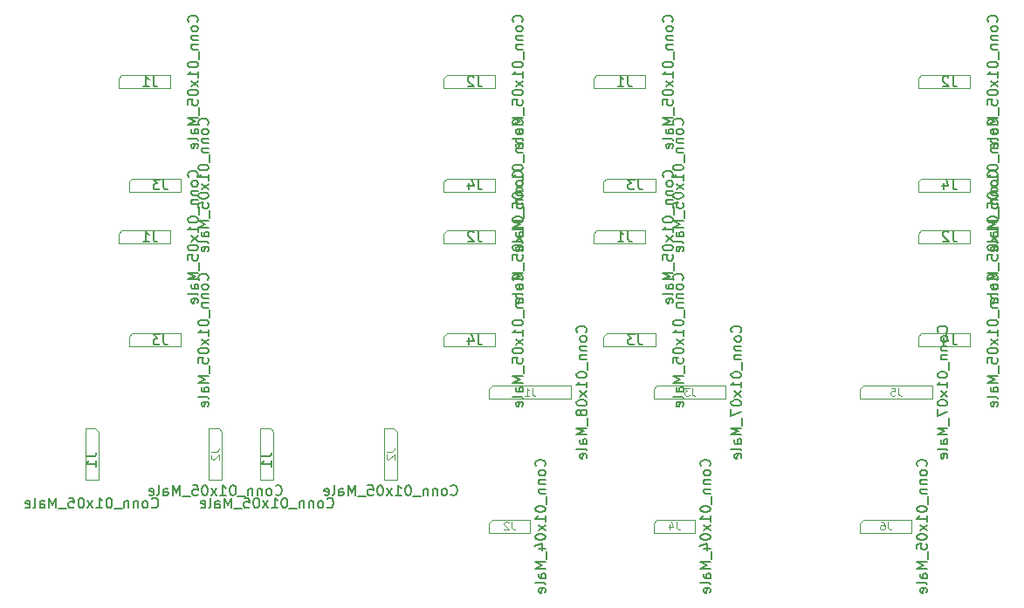
<source format=gbr>
G04 #@! TF.GenerationSoftware,KiCad,Pcbnew,(5.1.4)-1*
G04 #@! TF.CreationDate,2020-11-24T09:45:58-08:00*
G04 #@! TF.ProjectId,ufc_v4_displays_panel,7566635f-7634-45f6-9469-73706c617973,rev?*
G04 #@! TF.SameCoordinates,Original*
G04 #@! TF.FileFunction,Other,Fab,Bot*
%FSLAX46Y46*%
G04 Gerber Fmt 4.6, Leading zero omitted, Abs format (unit mm)*
G04 Created by KiCad (PCBNEW (5.1.4)-1) date 2020-11-24 09:45:58*
%MOMM*%
%LPD*%
G04 APERTURE LIST*
%ADD10C,0.100000*%
%ADD11C,0.150000*%
%ADD12C,0.114000*%
G04 APERTURE END LIST*
D10*
X52238000Y-72784500D02*
X52238000Y-73737000D01*
X52238000Y-73737000D02*
X57238000Y-73737000D01*
X57238000Y-73737000D02*
X57238000Y-72467000D01*
X57238000Y-72467000D02*
X52555500Y-72467000D01*
X52555500Y-72467000D02*
X52238000Y-72784500D01*
X51238000Y-62784500D02*
X51238000Y-63737000D01*
X51238000Y-63737000D02*
X56238000Y-63737000D01*
X56238000Y-63737000D02*
X56238000Y-62467000D01*
X56238000Y-62467000D02*
X51555500Y-62467000D01*
X51555500Y-62467000D02*
X51238000Y-62784500D01*
X82738000Y-62784500D02*
X82738000Y-63737000D01*
X82738000Y-63737000D02*
X87738000Y-63737000D01*
X87738000Y-63737000D02*
X87738000Y-62467000D01*
X87738000Y-62467000D02*
X83055500Y-62467000D01*
X83055500Y-62467000D02*
X82738000Y-62784500D01*
X82738000Y-72784500D02*
X82738000Y-73737000D01*
X82738000Y-73737000D02*
X87738000Y-73737000D01*
X87738000Y-73737000D02*
X87738000Y-72467000D01*
X87738000Y-72467000D02*
X83055500Y-72467000D01*
X83055500Y-72467000D02*
X82738000Y-72784500D01*
X98288000Y-72784500D02*
X98288000Y-73737000D01*
X98288000Y-73737000D02*
X103288000Y-73737000D01*
X103288000Y-73737000D02*
X103288000Y-72467000D01*
X103288000Y-72467000D02*
X98605500Y-72467000D01*
X98605500Y-72467000D02*
X98288000Y-72784500D01*
X97288000Y-62784500D02*
X97288000Y-63737000D01*
X97288000Y-63737000D02*
X102288000Y-63737000D01*
X102288000Y-63737000D02*
X102288000Y-62467000D01*
X102288000Y-62467000D02*
X97605500Y-62467000D01*
X97605500Y-62467000D02*
X97288000Y-62784500D01*
X128788000Y-62784500D02*
X128788000Y-63737000D01*
X128788000Y-63737000D02*
X133788000Y-63737000D01*
X133788000Y-63737000D02*
X133788000Y-62467000D01*
X133788000Y-62467000D02*
X129105500Y-62467000D01*
X129105500Y-62467000D02*
X128788000Y-62784500D01*
X128788000Y-72784500D02*
X128788000Y-73737000D01*
X128788000Y-73737000D02*
X133788000Y-73737000D01*
X133788000Y-73737000D02*
X133788000Y-72467000D01*
X133788000Y-72467000D02*
X129105500Y-72467000D01*
X129105500Y-72467000D02*
X128788000Y-72784500D01*
X98288000Y-57724500D02*
X98288000Y-58677000D01*
X98288000Y-58677000D02*
X103288000Y-58677000D01*
X103288000Y-58677000D02*
X103288000Y-57407000D01*
X103288000Y-57407000D02*
X98605500Y-57407000D01*
X98605500Y-57407000D02*
X98288000Y-57724500D01*
X97288000Y-47724500D02*
X97288000Y-48677000D01*
X97288000Y-48677000D02*
X102288000Y-48677000D01*
X102288000Y-48677000D02*
X102288000Y-47407000D01*
X102288000Y-47407000D02*
X97605500Y-47407000D01*
X97605500Y-47407000D02*
X97288000Y-47724500D01*
X128788000Y-47724500D02*
X128788000Y-48677000D01*
X128788000Y-48677000D02*
X133788000Y-48677000D01*
X133788000Y-48677000D02*
X133788000Y-47407000D01*
X133788000Y-47407000D02*
X129105500Y-47407000D01*
X129105500Y-47407000D02*
X128788000Y-47724500D01*
X128788000Y-57724500D02*
X128788000Y-58677000D01*
X128788000Y-58677000D02*
X133788000Y-58677000D01*
X133788000Y-58677000D02*
X133788000Y-57407000D01*
X133788000Y-57407000D02*
X129105500Y-57407000D01*
X129105500Y-57407000D02*
X128788000Y-57724500D01*
X52238000Y-57724500D02*
X52238000Y-58677000D01*
X52238000Y-58677000D02*
X57238000Y-58677000D01*
X57238000Y-58677000D02*
X57238000Y-57407000D01*
X57238000Y-57407000D02*
X52555500Y-57407000D01*
X52555500Y-57407000D02*
X52238000Y-57724500D01*
X51238000Y-47724500D02*
X51238000Y-48677000D01*
X51238000Y-48677000D02*
X56238000Y-48677000D01*
X56238000Y-48677000D02*
X56238000Y-47407000D01*
X56238000Y-47407000D02*
X51555500Y-47407000D01*
X51555500Y-47407000D02*
X51238000Y-47724500D01*
X82738000Y-47724500D02*
X82738000Y-48677000D01*
X82738000Y-48677000D02*
X87738000Y-48677000D01*
X87738000Y-48677000D02*
X87738000Y-47407000D01*
X87738000Y-47407000D02*
X83055500Y-47407000D01*
X83055500Y-47407000D02*
X82738000Y-47724500D01*
X82738000Y-57724500D02*
X82738000Y-58677000D01*
X82738000Y-58677000D02*
X87738000Y-58677000D01*
X87738000Y-58677000D02*
X87738000Y-57407000D01*
X87738000Y-57407000D02*
X83055500Y-57407000D01*
X83055500Y-57407000D02*
X82738000Y-57724500D01*
X123455000Y-90532000D02*
X123137500Y-90849500D01*
X128137500Y-90532000D02*
X123455000Y-90532000D01*
X128137500Y-91802000D02*
X128137500Y-90532000D01*
X123137500Y-91802000D02*
X128137500Y-91802000D01*
X123137500Y-90849500D02*
X123137500Y-91802000D01*
X103455000Y-77532000D02*
X103137500Y-77849500D01*
X110137500Y-77532000D02*
X103455000Y-77532000D01*
X110137500Y-78802000D02*
X110137500Y-77532000D01*
X103137500Y-78802000D02*
X110137500Y-78802000D01*
X103137500Y-77849500D02*
X103137500Y-78802000D01*
X123137500Y-77849500D02*
X123137500Y-78802000D01*
X123137500Y-78802000D02*
X130137500Y-78802000D01*
X130137500Y-78802000D02*
X130137500Y-77532000D01*
X130137500Y-77532000D02*
X123455000Y-77532000D01*
X123455000Y-77532000D02*
X123137500Y-77849500D01*
X103137500Y-90849500D02*
X103137500Y-91802000D01*
X103137500Y-91802000D02*
X107137500Y-91802000D01*
X107137500Y-91802000D02*
X107137500Y-90532000D01*
X107137500Y-90532000D02*
X103455000Y-90532000D01*
X103455000Y-90532000D02*
X103137500Y-90849500D01*
X87455000Y-90532000D02*
X87137500Y-90849500D01*
X91137500Y-90532000D02*
X87455000Y-90532000D01*
X91137500Y-91802000D02*
X91137500Y-90532000D01*
X87137500Y-91802000D02*
X91137500Y-91802000D01*
X87137500Y-90849500D02*
X87137500Y-91802000D01*
X87455000Y-77532000D02*
X87137500Y-77849500D01*
X95137500Y-77532000D02*
X87455000Y-77532000D01*
X95137500Y-78802000D02*
X95137500Y-77532000D01*
X87137500Y-78802000D02*
X95137500Y-78802000D01*
X87137500Y-77849500D02*
X87137500Y-78802000D01*
X78272500Y-81984500D02*
X77955000Y-81667000D01*
X78272500Y-86667000D02*
X78272500Y-81984500D01*
X77002500Y-86667000D02*
X78272500Y-86667000D01*
X77002500Y-81667000D02*
X77002500Y-86667000D01*
X77955000Y-81667000D02*
X77002500Y-81667000D01*
X65955000Y-81667000D02*
X65002500Y-81667000D01*
X65002500Y-81667000D02*
X65002500Y-86667000D01*
X65002500Y-86667000D02*
X66272500Y-86667000D01*
X66272500Y-86667000D02*
X66272500Y-81984500D01*
X66272500Y-81984500D02*
X65955000Y-81667000D01*
X61272500Y-81984500D02*
X60955000Y-81667000D01*
X61272500Y-86667000D02*
X61272500Y-81984500D01*
X60002500Y-86667000D02*
X61272500Y-86667000D01*
X60002500Y-81667000D02*
X60002500Y-86667000D01*
X60955000Y-81667000D02*
X60002500Y-81667000D01*
X48955000Y-81667000D02*
X48002500Y-81667000D01*
X48002500Y-81667000D02*
X48002500Y-86667000D01*
X48002500Y-86667000D02*
X49272500Y-86667000D01*
X49272500Y-86667000D02*
X49272500Y-81984500D01*
X49272500Y-81984500D02*
X48955000Y-81667000D01*
D11*
X59870142Y-67268666D02*
X59917761Y-67221047D01*
X59965380Y-67078190D01*
X59965380Y-66982952D01*
X59917761Y-66840095D01*
X59822523Y-66744857D01*
X59727285Y-66697238D01*
X59536809Y-66649619D01*
X59393952Y-66649619D01*
X59203476Y-66697238D01*
X59108238Y-66744857D01*
X59013000Y-66840095D01*
X58965380Y-66982952D01*
X58965380Y-67078190D01*
X59013000Y-67221047D01*
X59060619Y-67268666D01*
X59965380Y-67840095D02*
X59917761Y-67744857D01*
X59870142Y-67697238D01*
X59774904Y-67649619D01*
X59489190Y-67649619D01*
X59393952Y-67697238D01*
X59346333Y-67744857D01*
X59298714Y-67840095D01*
X59298714Y-67982952D01*
X59346333Y-68078190D01*
X59393952Y-68125809D01*
X59489190Y-68173428D01*
X59774904Y-68173428D01*
X59870142Y-68125809D01*
X59917761Y-68078190D01*
X59965380Y-67982952D01*
X59965380Y-67840095D01*
X59298714Y-68602000D02*
X59965380Y-68602000D01*
X59393952Y-68602000D02*
X59346333Y-68649619D01*
X59298714Y-68744857D01*
X59298714Y-68887714D01*
X59346333Y-68982952D01*
X59441571Y-69030571D01*
X59965380Y-69030571D01*
X59298714Y-69506761D02*
X59965380Y-69506761D01*
X59393952Y-69506761D02*
X59346333Y-69554380D01*
X59298714Y-69649619D01*
X59298714Y-69792476D01*
X59346333Y-69887714D01*
X59441571Y-69935333D01*
X59965380Y-69935333D01*
X60060619Y-70173428D02*
X60060619Y-70935333D01*
X58965380Y-71363904D02*
X58965380Y-71459142D01*
X59013000Y-71554380D01*
X59060619Y-71602000D01*
X59155857Y-71649619D01*
X59346333Y-71697238D01*
X59584428Y-71697238D01*
X59774904Y-71649619D01*
X59870142Y-71602000D01*
X59917761Y-71554380D01*
X59965380Y-71459142D01*
X59965380Y-71363904D01*
X59917761Y-71268666D01*
X59870142Y-71221047D01*
X59774904Y-71173428D01*
X59584428Y-71125809D01*
X59346333Y-71125809D01*
X59155857Y-71173428D01*
X59060619Y-71221047D01*
X59013000Y-71268666D01*
X58965380Y-71363904D01*
X59965380Y-72649619D02*
X59965380Y-72078190D01*
X59965380Y-72363904D02*
X58965380Y-72363904D01*
X59108238Y-72268666D01*
X59203476Y-72173428D01*
X59251095Y-72078190D01*
X59965380Y-72982952D02*
X59298714Y-73506761D01*
X59298714Y-72982952D02*
X59965380Y-73506761D01*
X58965380Y-74078190D02*
X58965380Y-74173428D01*
X59013000Y-74268666D01*
X59060619Y-74316285D01*
X59155857Y-74363904D01*
X59346333Y-74411523D01*
X59584428Y-74411523D01*
X59774904Y-74363904D01*
X59870142Y-74316285D01*
X59917761Y-74268666D01*
X59965380Y-74173428D01*
X59965380Y-74078190D01*
X59917761Y-73982952D01*
X59870142Y-73935333D01*
X59774904Y-73887714D01*
X59584428Y-73840095D01*
X59346333Y-73840095D01*
X59155857Y-73887714D01*
X59060619Y-73935333D01*
X59013000Y-73982952D01*
X58965380Y-74078190D01*
X58965380Y-75316285D02*
X58965380Y-74840095D01*
X59441571Y-74792476D01*
X59393952Y-74840095D01*
X59346333Y-74935333D01*
X59346333Y-75173428D01*
X59393952Y-75268666D01*
X59441571Y-75316285D01*
X59536809Y-75363904D01*
X59774904Y-75363904D01*
X59870142Y-75316285D01*
X59917761Y-75268666D01*
X59965380Y-75173428D01*
X59965380Y-74935333D01*
X59917761Y-74840095D01*
X59870142Y-74792476D01*
X60060619Y-75554380D02*
X60060619Y-76316285D01*
X59965380Y-76554380D02*
X58965380Y-76554380D01*
X59679666Y-76887714D01*
X58965380Y-77221047D01*
X59965380Y-77221047D01*
X59965380Y-78125809D02*
X59441571Y-78125809D01*
X59346333Y-78078190D01*
X59298714Y-77982952D01*
X59298714Y-77792476D01*
X59346333Y-77697238D01*
X59917761Y-78125809D02*
X59965380Y-78030571D01*
X59965380Y-77792476D01*
X59917761Y-77697238D01*
X59822523Y-77649619D01*
X59727285Y-77649619D01*
X59632047Y-77697238D01*
X59584428Y-77792476D01*
X59584428Y-78030571D01*
X59536809Y-78125809D01*
X59965380Y-78744857D02*
X59917761Y-78649619D01*
X59822523Y-78602000D01*
X58965380Y-78602000D01*
X59917761Y-79506761D02*
X59965380Y-79411523D01*
X59965380Y-79221047D01*
X59917761Y-79125809D01*
X59822523Y-79078190D01*
X59441571Y-79078190D01*
X59346333Y-79125809D01*
X59298714Y-79221047D01*
X59298714Y-79411523D01*
X59346333Y-79506761D01*
X59441571Y-79554380D01*
X59536809Y-79554380D01*
X59632047Y-79078190D01*
X55611333Y-72554380D02*
X55611333Y-73268666D01*
X55658952Y-73411523D01*
X55754190Y-73506761D01*
X55897047Y-73554380D01*
X55992285Y-73554380D01*
X55230380Y-72554380D02*
X54611333Y-72554380D01*
X54944666Y-72935333D01*
X54801809Y-72935333D01*
X54706571Y-72982952D01*
X54658952Y-73030571D01*
X54611333Y-73125809D01*
X54611333Y-73363904D01*
X54658952Y-73459142D01*
X54706571Y-73506761D01*
X54801809Y-73554380D01*
X55087523Y-73554380D01*
X55182761Y-73506761D01*
X55230380Y-73459142D01*
X58870142Y-57268666D02*
X58917761Y-57221047D01*
X58965380Y-57078190D01*
X58965380Y-56982952D01*
X58917761Y-56840095D01*
X58822523Y-56744857D01*
X58727285Y-56697238D01*
X58536809Y-56649619D01*
X58393952Y-56649619D01*
X58203476Y-56697238D01*
X58108238Y-56744857D01*
X58013000Y-56840095D01*
X57965380Y-56982952D01*
X57965380Y-57078190D01*
X58013000Y-57221047D01*
X58060619Y-57268666D01*
X58965380Y-57840095D02*
X58917761Y-57744857D01*
X58870142Y-57697238D01*
X58774904Y-57649619D01*
X58489190Y-57649619D01*
X58393952Y-57697238D01*
X58346333Y-57744857D01*
X58298714Y-57840095D01*
X58298714Y-57982952D01*
X58346333Y-58078190D01*
X58393952Y-58125809D01*
X58489190Y-58173428D01*
X58774904Y-58173428D01*
X58870142Y-58125809D01*
X58917761Y-58078190D01*
X58965380Y-57982952D01*
X58965380Y-57840095D01*
X58298714Y-58602000D02*
X58965380Y-58602000D01*
X58393952Y-58602000D02*
X58346333Y-58649619D01*
X58298714Y-58744857D01*
X58298714Y-58887714D01*
X58346333Y-58982952D01*
X58441571Y-59030571D01*
X58965380Y-59030571D01*
X58298714Y-59506761D02*
X58965380Y-59506761D01*
X58393952Y-59506761D02*
X58346333Y-59554380D01*
X58298714Y-59649619D01*
X58298714Y-59792476D01*
X58346333Y-59887714D01*
X58441571Y-59935333D01*
X58965380Y-59935333D01*
X59060619Y-60173428D02*
X59060619Y-60935333D01*
X57965380Y-61363904D02*
X57965380Y-61459142D01*
X58013000Y-61554380D01*
X58060619Y-61602000D01*
X58155857Y-61649619D01*
X58346333Y-61697238D01*
X58584428Y-61697238D01*
X58774904Y-61649619D01*
X58870142Y-61602000D01*
X58917761Y-61554380D01*
X58965380Y-61459142D01*
X58965380Y-61363904D01*
X58917761Y-61268666D01*
X58870142Y-61221047D01*
X58774904Y-61173428D01*
X58584428Y-61125809D01*
X58346333Y-61125809D01*
X58155857Y-61173428D01*
X58060619Y-61221047D01*
X58013000Y-61268666D01*
X57965380Y-61363904D01*
X58965380Y-62649619D02*
X58965380Y-62078190D01*
X58965380Y-62363904D02*
X57965380Y-62363904D01*
X58108238Y-62268666D01*
X58203476Y-62173428D01*
X58251095Y-62078190D01*
X58965380Y-62982952D02*
X58298714Y-63506761D01*
X58298714Y-62982952D02*
X58965380Y-63506761D01*
X57965380Y-64078190D02*
X57965380Y-64173428D01*
X58013000Y-64268666D01*
X58060619Y-64316285D01*
X58155857Y-64363904D01*
X58346333Y-64411523D01*
X58584428Y-64411523D01*
X58774904Y-64363904D01*
X58870142Y-64316285D01*
X58917761Y-64268666D01*
X58965380Y-64173428D01*
X58965380Y-64078190D01*
X58917761Y-63982952D01*
X58870142Y-63935333D01*
X58774904Y-63887714D01*
X58584428Y-63840095D01*
X58346333Y-63840095D01*
X58155857Y-63887714D01*
X58060619Y-63935333D01*
X58013000Y-63982952D01*
X57965380Y-64078190D01*
X57965380Y-65316285D02*
X57965380Y-64840095D01*
X58441571Y-64792476D01*
X58393952Y-64840095D01*
X58346333Y-64935333D01*
X58346333Y-65173428D01*
X58393952Y-65268666D01*
X58441571Y-65316285D01*
X58536809Y-65363904D01*
X58774904Y-65363904D01*
X58870142Y-65316285D01*
X58917761Y-65268666D01*
X58965380Y-65173428D01*
X58965380Y-64935333D01*
X58917761Y-64840095D01*
X58870142Y-64792476D01*
X59060619Y-65554380D02*
X59060619Y-66316285D01*
X58965380Y-66554380D02*
X57965380Y-66554380D01*
X58679666Y-66887714D01*
X57965380Y-67221047D01*
X58965380Y-67221047D01*
X58965380Y-68125809D02*
X58441571Y-68125809D01*
X58346333Y-68078190D01*
X58298714Y-67982952D01*
X58298714Y-67792476D01*
X58346333Y-67697238D01*
X58917761Y-68125809D02*
X58965380Y-68030571D01*
X58965380Y-67792476D01*
X58917761Y-67697238D01*
X58822523Y-67649619D01*
X58727285Y-67649619D01*
X58632047Y-67697238D01*
X58584428Y-67792476D01*
X58584428Y-68030571D01*
X58536809Y-68125809D01*
X58965380Y-68744857D02*
X58917761Y-68649619D01*
X58822523Y-68602000D01*
X57965380Y-68602000D01*
X58917761Y-69506761D02*
X58965380Y-69411523D01*
X58965380Y-69221047D01*
X58917761Y-69125809D01*
X58822523Y-69078190D01*
X58441571Y-69078190D01*
X58346333Y-69125809D01*
X58298714Y-69221047D01*
X58298714Y-69411523D01*
X58346333Y-69506761D01*
X58441571Y-69554380D01*
X58536809Y-69554380D01*
X58632047Y-69078190D01*
X54611333Y-62554380D02*
X54611333Y-63268666D01*
X54658952Y-63411523D01*
X54754190Y-63506761D01*
X54897047Y-63554380D01*
X54992285Y-63554380D01*
X53611333Y-63554380D02*
X54182761Y-63554380D01*
X53897047Y-63554380D02*
X53897047Y-62554380D01*
X53992285Y-62697238D01*
X54087523Y-62792476D01*
X54182761Y-62840095D01*
X90370142Y-57268666D02*
X90417761Y-57221047D01*
X90465380Y-57078190D01*
X90465380Y-56982952D01*
X90417761Y-56840095D01*
X90322523Y-56744857D01*
X90227285Y-56697238D01*
X90036809Y-56649619D01*
X89893952Y-56649619D01*
X89703476Y-56697238D01*
X89608238Y-56744857D01*
X89513000Y-56840095D01*
X89465380Y-56982952D01*
X89465380Y-57078190D01*
X89513000Y-57221047D01*
X89560619Y-57268666D01*
X90465380Y-57840095D02*
X90417761Y-57744857D01*
X90370142Y-57697238D01*
X90274904Y-57649619D01*
X89989190Y-57649619D01*
X89893952Y-57697238D01*
X89846333Y-57744857D01*
X89798714Y-57840095D01*
X89798714Y-57982952D01*
X89846333Y-58078190D01*
X89893952Y-58125809D01*
X89989190Y-58173428D01*
X90274904Y-58173428D01*
X90370142Y-58125809D01*
X90417761Y-58078190D01*
X90465380Y-57982952D01*
X90465380Y-57840095D01*
X89798714Y-58602000D02*
X90465380Y-58602000D01*
X89893952Y-58602000D02*
X89846333Y-58649619D01*
X89798714Y-58744857D01*
X89798714Y-58887714D01*
X89846333Y-58982952D01*
X89941571Y-59030571D01*
X90465380Y-59030571D01*
X89798714Y-59506761D02*
X90465380Y-59506761D01*
X89893952Y-59506761D02*
X89846333Y-59554380D01*
X89798714Y-59649619D01*
X89798714Y-59792476D01*
X89846333Y-59887714D01*
X89941571Y-59935333D01*
X90465380Y-59935333D01*
X90560619Y-60173428D02*
X90560619Y-60935333D01*
X89465380Y-61363904D02*
X89465380Y-61459142D01*
X89513000Y-61554380D01*
X89560619Y-61602000D01*
X89655857Y-61649619D01*
X89846333Y-61697238D01*
X90084428Y-61697238D01*
X90274904Y-61649619D01*
X90370142Y-61602000D01*
X90417761Y-61554380D01*
X90465380Y-61459142D01*
X90465380Y-61363904D01*
X90417761Y-61268666D01*
X90370142Y-61221047D01*
X90274904Y-61173428D01*
X90084428Y-61125809D01*
X89846333Y-61125809D01*
X89655857Y-61173428D01*
X89560619Y-61221047D01*
X89513000Y-61268666D01*
X89465380Y-61363904D01*
X90465380Y-62649619D02*
X90465380Y-62078190D01*
X90465380Y-62363904D02*
X89465380Y-62363904D01*
X89608238Y-62268666D01*
X89703476Y-62173428D01*
X89751095Y-62078190D01*
X90465380Y-62982952D02*
X89798714Y-63506761D01*
X89798714Y-62982952D02*
X90465380Y-63506761D01*
X89465380Y-64078190D02*
X89465380Y-64173428D01*
X89513000Y-64268666D01*
X89560619Y-64316285D01*
X89655857Y-64363904D01*
X89846333Y-64411523D01*
X90084428Y-64411523D01*
X90274904Y-64363904D01*
X90370142Y-64316285D01*
X90417761Y-64268666D01*
X90465380Y-64173428D01*
X90465380Y-64078190D01*
X90417761Y-63982952D01*
X90370142Y-63935333D01*
X90274904Y-63887714D01*
X90084428Y-63840095D01*
X89846333Y-63840095D01*
X89655857Y-63887714D01*
X89560619Y-63935333D01*
X89513000Y-63982952D01*
X89465380Y-64078190D01*
X89465380Y-65316285D02*
X89465380Y-64840095D01*
X89941571Y-64792476D01*
X89893952Y-64840095D01*
X89846333Y-64935333D01*
X89846333Y-65173428D01*
X89893952Y-65268666D01*
X89941571Y-65316285D01*
X90036809Y-65363904D01*
X90274904Y-65363904D01*
X90370142Y-65316285D01*
X90417761Y-65268666D01*
X90465380Y-65173428D01*
X90465380Y-64935333D01*
X90417761Y-64840095D01*
X90370142Y-64792476D01*
X90560619Y-65554380D02*
X90560619Y-66316285D01*
X90465380Y-66554380D02*
X89465380Y-66554380D01*
X90179666Y-66887714D01*
X89465380Y-67221047D01*
X90465380Y-67221047D01*
X90465380Y-68125809D02*
X89941571Y-68125809D01*
X89846333Y-68078190D01*
X89798714Y-67982952D01*
X89798714Y-67792476D01*
X89846333Y-67697238D01*
X90417761Y-68125809D02*
X90465380Y-68030571D01*
X90465380Y-67792476D01*
X90417761Y-67697238D01*
X90322523Y-67649619D01*
X90227285Y-67649619D01*
X90132047Y-67697238D01*
X90084428Y-67792476D01*
X90084428Y-68030571D01*
X90036809Y-68125809D01*
X90465380Y-68744857D02*
X90417761Y-68649619D01*
X90322523Y-68602000D01*
X89465380Y-68602000D01*
X90417761Y-69506761D02*
X90465380Y-69411523D01*
X90465380Y-69221047D01*
X90417761Y-69125809D01*
X90322523Y-69078190D01*
X89941571Y-69078190D01*
X89846333Y-69125809D01*
X89798714Y-69221047D01*
X89798714Y-69411523D01*
X89846333Y-69506761D01*
X89941571Y-69554380D01*
X90036809Y-69554380D01*
X90132047Y-69078190D01*
X86111333Y-62554380D02*
X86111333Y-63268666D01*
X86158952Y-63411523D01*
X86254190Y-63506761D01*
X86397047Y-63554380D01*
X86492285Y-63554380D01*
X85682761Y-62649619D02*
X85635142Y-62602000D01*
X85539904Y-62554380D01*
X85301809Y-62554380D01*
X85206571Y-62602000D01*
X85158952Y-62649619D01*
X85111333Y-62744857D01*
X85111333Y-62840095D01*
X85158952Y-62982952D01*
X85730380Y-63554380D01*
X85111333Y-63554380D01*
X90370142Y-67268666D02*
X90417761Y-67221047D01*
X90465380Y-67078190D01*
X90465380Y-66982952D01*
X90417761Y-66840095D01*
X90322523Y-66744857D01*
X90227285Y-66697238D01*
X90036809Y-66649619D01*
X89893952Y-66649619D01*
X89703476Y-66697238D01*
X89608238Y-66744857D01*
X89513000Y-66840095D01*
X89465380Y-66982952D01*
X89465380Y-67078190D01*
X89513000Y-67221047D01*
X89560619Y-67268666D01*
X90465380Y-67840095D02*
X90417761Y-67744857D01*
X90370142Y-67697238D01*
X90274904Y-67649619D01*
X89989190Y-67649619D01*
X89893952Y-67697238D01*
X89846333Y-67744857D01*
X89798714Y-67840095D01*
X89798714Y-67982952D01*
X89846333Y-68078190D01*
X89893952Y-68125809D01*
X89989190Y-68173428D01*
X90274904Y-68173428D01*
X90370142Y-68125809D01*
X90417761Y-68078190D01*
X90465380Y-67982952D01*
X90465380Y-67840095D01*
X89798714Y-68602000D02*
X90465380Y-68602000D01*
X89893952Y-68602000D02*
X89846333Y-68649619D01*
X89798714Y-68744857D01*
X89798714Y-68887714D01*
X89846333Y-68982952D01*
X89941571Y-69030571D01*
X90465380Y-69030571D01*
X89798714Y-69506761D02*
X90465380Y-69506761D01*
X89893952Y-69506761D02*
X89846333Y-69554380D01*
X89798714Y-69649619D01*
X89798714Y-69792476D01*
X89846333Y-69887714D01*
X89941571Y-69935333D01*
X90465380Y-69935333D01*
X90560619Y-70173428D02*
X90560619Y-70935333D01*
X89465380Y-71363904D02*
X89465380Y-71459142D01*
X89513000Y-71554380D01*
X89560619Y-71602000D01*
X89655857Y-71649619D01*
X89846333Y-71697238D01*
X90084428Y-71697238D01*
X90274904Y-71649619D01*
X90370142Y-71602000D01*
X90417761Y-71554380D01*
X90465380Y-71459142D01*
X90465380Y-71363904D01*
X90417761Y-71268666D01*
X90370142Y-71221047D01*
X90274904Y-71173428D01*
X90084428Y-71125809D01*
X89846333Y-71125809D01*
X89655857Y-71173428D01*
X89560619Y-71221047D01*
X89513000Y-71268666D01*
X89465380Y-71363904D01*
X90465380Y-72649619D02*
X90465380Y-72078190D01*
X90465380Y-72363904D02*
X89465380Y-72363904D01*
X89608238Y-72268666D01*
X89703476Y-72173428D01*
X89751095Y-72078190D01*
X90465380Y-72982952D02*
X89798714Y-73506761D01*
X89798714Y-72982952D02*
X90465380Y-73506761D01*
X89465380Y-74078190D02*
X89465380Y-74173428D01*
X89513000Y-74268666D01*
X89560619Y-74316285D01*
X89655857Y-74363904D01*
X89846333Y-74411523D01*
X90084428Y-74411523D01*
X90274904Y-74363904D01*
X90370142Y-74316285D01*
X90417761Y-74268666D01*
X90465380Y-74173428D01*
X90465380Y-74078190D01*
X90417761Y-73982952D01*
X90370142Y-73935333D01*
X90274904Y-73887714D01*
X90084428Y-73840095D01*
X89846333Y-73840095D01*
X89655857Y-73887714D01*
X89560619Y-73935333D01*
X89513000Y-73982952D01*
X89465380Y-74078190D01*
X89465380Y-75316285D02*
X89465380Y-74840095D01*
X89941571Y-74792476D01*
X89893952Y-74840095D01*
X89846333Y-74935333D01*
X89846333Y-75173428D01*
X89893952Y-75268666D01*
X89941571Y-75316285D01*
X90036809Y-75363904D01*
X90274904Y-75363904D01*
X90370142Y-75316285D01*
X90417761Y-75268666D01*
X90465380Y-75173428D01*
X90465380Y-74935333D01*
X90417761Y-74840095D01*
X90370142Y-74792476D01*
X90560619Y-75554380D02*
X90560619Y-76316285D01*
X90465380Y-76554380D02*
X89465380Y-76554380D01*
X90179666Y-76887714D01*
X89465380Y-77221047D01*
X90465380Y-77221047D01*
X90465380Y-78125809D02*
X89941571Y-78125809D01*
X89846333Y-78078190D01*
X89798714Y-77982952D01*
X89798714Y-77792476D01*
X89846333Y-77697238D01*
X90417761Y-78125809D02*
X90465380Y-78030571D01*
X90465380Y-77792476D01*
X90417761Y-77697238D01*
X90322523Y-77649619D01*
X90227285Y-77649619D01*
X90132047Y-77697238D01*
X90084428Y-77792476D01*
X90084428Y-78030571D01*
X90036809Y-78125809D01*
X90465380Y-78744857D02*
X90417761Y-78649619D01*
X90322523Y-78602000D01*
X89465380Y-78602000D01*
X90417761Y-79506761D02*
X90465380Y-79411523D01*
X90465380Y-79221047D01*
X90417761Y-79125809D01*
X90322523Y-79078190D01*
X89941571Y-79078190D01*
X89846333Y-79125809D01*
X89798714Y-79221047D01*
X89798714Y-79411523D01*
X89846333Y-79506761D01*
X89941571Y-79554380D01*
X90036809Y-79554380D01*
X90132047Y-79078190D01*
X86111333Y-72554380D02*
X86111333Y-73268666D01*
X86158952Y-73411523D01*
X86254190Y-73506761D01*
X86397047Y-73554380D01*
X86492285Y-73554380D01*
X85206571Y-72887714D02*
X85206571Y-73554380D01*
X85444666Y-72506761D02*
X85682761Y-73221047D01*
X85063714Y-73221047D01*
X105920142Y-67268666D02*
X105967761Y-67221047D01*
X106015380Y-67078190D01*
X106015380Y-66982952D01*
X105967761Y-66840095D01*
X105872523Y-66744857D01*
X105777285Y-66697238D01*
X105586809Y-66649619D01*
X105443952Y-66649619D01*
X105253476Y-66697238D01*
X105158238Y-66744857D01*
X105063000Y-66840095D01*
X105015380Y-66982952D01*
X105015380Y-67078190D01*
X105063000Y-67221047D01*
X105110619Y-67268666D01*
X106015380Y-67840095D02*
X105967761Y-67744857D01*
X105920142Y-67697238D01*
X105824904Y-67649619D01*
X105539190Y-67649619D01*
X105443952Y-67697238D01*
X105396333Y-67744857D01*
X105348714Y-67840095D01*
X105348714Y-67982952D01*
X105396333Y-68078190D01*
X105443952Y-68125809D01*
X105539190Y-68173428D01*
X105824904Y-68173428D01*
X105920142Y-68125809D01*
X105967761Y-68078190D01*
X106015380Y-67982952D01*
X106015380Y-67840095D01*
X105348714Y-68602000D02*
X106015380Y-68602000D01*
X105443952Y-68602000D02*
X105396333Y-68649619D01*
X105348714Y-68744857D01*
X105348714Y-68887714D01*
X105396333Y-68982952D01*
X105491571Y-69030571D01*
X106015380Y-69030571D01*
X105348714Y-69506761D02*
X106015380Y-69506761D01*
X105443952Y-69506761D02*
X105396333Y-69554380D01*
X105348714Y-69649619D01*
X105348714Y-69792476D01*
X105396333Y-69887714D01*
X105491571Y-69935333D01*
X106015380Y-69935333D01*
X106110619Y-70173428D02*
X106110619Y-70935333D01*
X105015380Y-71363904D02*
X105015380Y-71459142D01*
X105063000Y-71554380D01*
X105110619Y-71602000D01*
X105205857Y-71649619D01*
X105396333Y-71697238D01*
X105634428Y-71697238D01*
X105824904Y-71649619D01*
X105920142Y-71602000D01*
X105967761Y-71554380D01*
X106015380Y-71459142D01*
X106015380Y-71363904D01*
X105967761Y-71268666D01*
X105920142Y-71221047D01*
X105824904Y-71173428D01*
X105634428Y-71125809D01*
X105396333Y-71125809D01*
X105205857Y-71173428D01*
X105110619Y-71221047D01*
X105063000Y-71268666D01*
X105015380Y-71363904D01*
X106015380Y-72649619D02*
X106015380Y-72078190D01*
X106015380Y-72363904D02*
X105015380Y-72363904D01*
X105158238Y-72268666D01*
X105253476Y-72173428D01*
X105301095Y-72078190D01*
X106015380Y-72982952D02*
X105348714Y-73506761D01*
X105348714Y-72982952D02*
X106015380Y-73506761D01*
X105015380Y-74078190D02*
X105015380Y-74173428D01*
X105063000Y-74268666D01*
X105110619Y-74316285D01*
X105205857Y-74363904D01*
X105396333Y-74411523D01*
X105634428Y-74411523D01*
X105824904Y-74363904D01*
X105920142Y-74316285D01*
X105967761Y-74268666D01*
X106015380Y-74173428D01*
X106015380Y-74078190D01*
X105967761Y-73982952D01*
X105920142Y-73935333D01*
X105824904Y-73887714D01*
X105634428Y-73840095D01*
X105396333Y-73840095D01*
X105205857Y-73887714D01*
X105110619Y-73935333D01*
X105063000Y-73982952D01*
X105015380Y-74078190D01*
X105015380Y-75316285D02*
X105015380Y-74840095D01*
X105491571Y-74792476D01*
X105443952Y-74840095D01*
X105396333Y-74935333D01*
X105396333Y-75173428D01*
X105443952Y-75268666D01*
X105491571Y-75316285D01*
X105586809Y-75363904D01*
X105824904Y-75363904D01*
X105920142Y-75316285D01*
X105967761Y-75268666D01*
X106015380Y-75173428D01*
X106015380Y-74935333D01*
X105967761Y-74840095D01*
X105920142Y-74792476D01*
X106110619Y-75554380D02*
X106110619Y-76316285D01*
X106015380Y-76554380D02*
X105015380Y-76554380D01*
X105729666Y-76887714D01*
X105015380Y-77221047D01*
X106015380Y-77221047D01*
X106015380Y-78125809D02*
X105491571Y-78125809D01*
X105396333Y-78078190D01*
X105348714Y-77982952D01*
X105348714Y-77792476D01*
X105396333Y-77697238D01*
X105967761Y-78125809D02*
X106015380Y-78030571D01*
X106015380Y-77792476D01*
X105967761Y-77697238D01*
X105872523Y-77649619D01*
X105777285Y-77649619D01*
X105682047Y-77697238D01*
X105634428Y-77792476D01*
X105634428Y-78030571D01*
X105586809Y-78125809D01*
X106015380Y-78744857D02*
X105967761Y-78649619D01*
X105872523Y-78602000D01*
X105015380Y-78602000D01*
X105967761Y-79506761D02*
X106015380Y-79411523D01*
X106015380Y-79221047D01*
X105967761Y-79125809D01*
X105872523Y-79078190D01*
X105491571Y-79078190D01*
X105396333Y-79125809D01*
X105348714Y-79221047D01*
X105348714Y-79411523D01*
X105396333Y-79506761D01*
X105491571Y-79554380D01*
X105586809Y-79554380D01*
X105682047Y-79078190D01*
X101661333Y-72554380D02*
X101661333Y-73268666D01*
X101708952Y-73411523D01*
X101804190Y-73506761D01*
X101947047Y-73554380D01*
X102042285Y-73554380D01*
X101280380Y-72554380D02*
X100661333Y-72554380D01*
X100994666Y-72935333D01*
X100851809Y-72935333D01*
X100756571Y-72982952D01*
X100708952Y-73030571D01*
X100661333Y-73125809D01*
X100661333Y-73363904D01*
X100708952Y-73459142D01*
X100756571Y-73506761D01*
X100851809Y-73554380D01*
X101137523Y-73554380D01*
X101232761Y-73506761D01*
X101280380Y-73459142D01*
X104920142Y-57268666D02*
X104967761Y-57221047D01*
X105015380Y-57078190D01*
X105015380Y-56982952D01*
X104967761Y-56840095D01*
X104872523Y-56744857D01*
X104777285Y-56697238D01*
X104586809Y-56649619D01*
X104443952Y-56649619D01*
X104253476Y-56697238D01*
X104158238Y-56744857D01*
X104063000Y-56840095D01*
X104015380Y-56982952D01*
X104015380Y-57078190D01*
X104063000Y-57221047D01*
X104110619Y-57268666D01*
X105015380Y-57840095D02*
X104967761Y-57744857D01*
X104920142Y-57697238D01*
X104824904Y-57649619D01*
X104539190Y-57649619D01*
X104443952Y-57697238D01*
X104396333Y-57744857D01*
X104348714Y-57840095D01*
X104348714Y-57982952D01*
X104396333Y-58078190D01*
X104443952Y-58125809D01*
X104539190Y-58173428D01*
X104824904Y-58173428D01*
X104920142Y-58125809D01*
X104967761Y-58078190D01*
X105015380Y-57982952D01*
X105015380Y-57840095D01*
X104348714Y-58602000D02*
X105015380Y-58602000D01*
X104443952Y-58602000D02*
X104396333Y-58649619D01*
X104348714Y-58744857D01*
X104348714Y-58887714D01*
X104396333Y-58982952D01*
X104491571Y-59030571D01*
X105015380Y-59030571D01*
X104348714Y-59506761D02*
X105015380Y-59506761D01*
X104443952Y-59506761D02*
X104396333Y-59554380D01*
X104348714Y-59649619D01*
X104348714Y-59792476D01*
X104396333Y-59887714D01*
X104491571Y-59935333D01*
X105015380Y-59935333D01*
X105110619Y-60173428D02*
X105110619Y-60935333D01*
X104015380Y-61363904D02*
X104015380Y-61459142D01*
X104063000Y-61554380D01*
X104110619Y-61602000D01*
X104205857Y-61649619D01*
X104396333Y-61697238D01*
X104634428Y-61697238D01*
X104824904Y-61649619D01*
X104920142Y-61602000D01*
X104967761Y-61554380D01*
X105015380Y-61459142D01*
X105015380Y-61363904D01*
X104967761Y-61268666D01*
X104920142Y-61221047D01*
X104824904Y-61173428D01*
X104634428Y-61125809D01*
X104396333Y-61125809D01*
X104205857Y-61173428D01*
X104110619Y-61221047D01*
X104063000Y-61268666D01*
X104015380Y-61363904D01*
X105015380Y-62649619D02*
X105015380Y-62078190D01*
X105015380Y-62363904D02*
X104015380Y-62363904D01*
X104158238Y-62268666D01*
X104253476Y-62173428D01*
X104301095Y-62078190D01*
X105015380Y-62982952D02*
X104348714Y-63506761D01*
X104348714Y-62982952D02*
X105015380Y-63506761D01*
X104015380Y-64078190D02*
X104015380Y-64173428D01*
X104063000Y-64268666D01*
X104110619Y-64316285D01*
X104205857Y-64363904D01*
X104396333Y-64411523D01*
X104634428Y-64411523D01*
X104824904Y-64363904D01*
X104920142Y-64316285D01*
X104967761Y-64268666D01*
X105015380Y-64173428D01*
X105015380Y-64078190D01*
X104967761Y-63982952D01*
X104920142Y-63935333D01*
X104824904Y-63887714D01*
X104634428Y-63840095D01*
X104396333Y-63840095D01*
X104205857Y-63887714D01*
X104110619Y-63935333D01*
X104063000Y-63982952D01*
X104015380Y-64078190D01*
X104015380Y-65316285D02*
X104015380Y-64840095D01*
X104491571Y-64792476D01*
X104443952Y-64840095D01*
X104396333Y-64935333D01*
X104396333Y-65173428D01*
X104443952Y-65268666D01*
X104491571Y-65316285D01*
X104586809Y-65363904D01*
X104824904Y-65363904D01*
X104920142Y-65316285D01*
X104967761Y-65268666D01*
X105015380Y-65173428D01*
X105015380Y-64935333D01*
X104967761Y-64840095D01*
X104920142Y-64792476D01*
X105110619Y-65554380D02*
X105110619Y-66316285D01*
X105015380Y-66554380D02*
X104015380Y-66554380D01*
X104729666Y-66887714D01*
X104015380Y-67221047D01*
X105015380Y-67221047D01*
X105015380Y-68125809D02*
X104491571Y-68125809D01*
X104396333Y-68078190D01*
X104348714Y-67982952D01*
X104348714Y-67792476D01*
X104396333Y-67697238D01*
X104967761Y-68125809D02*
X105015380Y-68030571D01*
X105015380Y-67792476D01*
X104967761Y-67697238D01*
X104872523Y-67649619D01*
X104777285Y-67649619D01*
X104682047Y-67697238D01*
X104634428Y-67792476D01*
X104634428Y-68030571D01*
X104586809Y-68125809D01*
X105015380Y-68744857D02*
X104967761Y-68649619D01*
X104872523Y-68602000D01*
X104015380Y-68602000D01*
X104967761Y-69506761D02*
X105015380Y-69411523D01*
X105015380Y-69221047D01*
X104967761Y-69125809D01*
X104872523Y-69078190D01*
X104491571Y-69078190D01*
X104396333Y-69125809D01*
X104348714Y-69221047D01*
X104348714Y-69411523D01*
X104396333Y-69506761D01*
X104491571Y-69554380D01*
X104586809Y-69554380D01*
X104682047Y-69078190D01*
X100661333Y-62554380D02*
X100661333Y-63268666D01*
X100708952Y-63411523D01*
X100804190Y-63506761D01*
X100947047Y-63554380D01*
X101042285Y-63554380D01*
X99661333Y-63554380D02*
X100232761Y-63554380D01*
X99947047Y-63554380D02*
X99947047Y-62554380D01*
X100042285Y-62697238D01*
X100137523Y-62792476D01*
X100232761Y-62840095D01*
X136420142Y-57268666D02*
X136467761Y-57221047D01*
X136515380Y-57078190D01*
X136515380Y-56982952D01*
X136467761Y-56840095D01*
X136372523Y-56744857D01*
X136277285Y-56697238D01*
X136086809Y-56649619D01*
X135943952Y-56649619D01*
X135753476Y-56697238D01*
X135658238Y-56744857D01*
X135563000Y-56840095D01*
X135515380Y-56982952D01*
X135515380Y-57078190D01*
X135563000Y-57221047D01*
X135610619Y-57268666D01*
X136515380Y-57840095D02*
X136467761Y-57744857D01*
X136420142Y-57697238D01*
X136324904Y-57649619D01*
X136039190Y-57649619D01*
X135943952Y-57697238D01*
X135896333Y-57744857D01*
X135848714Y-57840095D01*
X135848714Y-57982952D01*
X135896333Y-58078190D01*
X135943952Y-58125809D01*
X136039190Y-58173428D01*
X136324904Y-58173428D01*
X136420142Y-58125809D01*
X136467761Y-58078190D01*
X136515380Y-57982952D01*
X136515380Y-57840095D01*
X135848714Y-58602000D02*
X136515380Y-58602000D01*
X135943952Y-58602000D02*
X135896333Y-58649619D01*
X135848714Y-58744857D01*
X135848714Y-58887714D01*
X135896333Y-58982952D01*
X135991571Y-59030571D01*
X136515380Y-59030571D01*
X135848714Y-59506761D02*
X136515380Y-59506761D01*
X135943952Y-59506761D02*
X135896333Y-59554380D01*
X135848714Y-59649619D01*
X135848714Y-59792476D01*
X135896333Y-59887714D01*
X135991571Y-59935333D01*
X136515380Y-59935333D01*
X136610619Y-60173428D02*
X136610619Y-60935333D01*
X135515380Y-61363904D02*
X135515380Y-61459142D01*
X135563000Y-61554380D01*
X135610619Y-61602000D01*
X135705857Y-61649619D01*
X135896333Y-61697238D01*
X136134428Y-61697238D01*
X136324904Y-61649619D01*
X136420142Y-61602000D01*
X136467761Y-61554380D01*
X136515380Y-61459142D01*
X136515380Y-61363904D01*
X136467761Y-61268666D01*
X136420142Y-61221047D01*
X136324904Y-61173428D01*
X136134428Y-61125809D01*
X135896333Y-61125809D01*
X135705857Y-61173428D01*
X135610619Y-61221047D01*
X135563000Y-61268666D01*
X135515380Y-61363904D01*
X136515380Y-62649619D02*
X136515380Y-62078190D01*
X136515380Y-62363904D02*
X135515380Y-62363904D01*
X135658238Y-62268666D01*
X135753476Y-62173428D01*
X135801095Y-62078190D01*
X136515380Y-62982952D02*
X135848714Y-63506761D01*
X135848714Y-62982952D02*
X136515380Y-63506761D01*
X135515380Y-64078190D02*
X135515380Y-64173428D01*
X135563000Y-64268666D01*
X135610619Y-64316285D01*
X135705857Y-64363904D01*
X135896333Y-64411523D01*
X136134428Y-64411523D01*
X136324904Y-64363904D01*
X136420142Y-64316285D01*
X136467761Y-64268666D01*
X136515380Y-64173428D01*
X136515380Y-64078190D01*
X136467761Y-63982952D01*
X136420142Y-63935333D01*
X136324904Y-63887714D01*
X136134428Y-63840095D01*
X135896333Y-63840095D01*
X135705857Y-63887714D01*
X135610619Y-63935333D01*
X135563000Y-63982952D01*
X135515380Y-64078190D01*
X135515380Y-65316285D02*
X135515380Y-64840095D01*
X135991571Y-64792476D01*
X135943952Y-64840095D01*
X135896333Y-64935333D01*
X135896333Y-65173428D01*
X135943952Y-65268666D01*
X135991571Y-65316285D01*
X136086809Y-65363904D01*
X136324904Y-65363904D01*
X136420142Y-65316285D01*
X136467761Y-65268666D01*
X136515380Y-65173428D01*
X136515380Y-64935333D01*
X136467761Y-64840095D01*
X136420142Y-64792476D01*
X136610619Y-65554380D02*
X136610619Y-66316285D01*
X136515380Y-66554380D02*
X135515380Y-66554380D01*
X136229666Y-66887714D01*
X135515380Y-67221047D01*
X136515380Y-67221047D01*
X136515380Y-68125809D02*
X135991571Y-68125809D01*
X135896333Y-68078190D01*
X135848714Y-67982952D01*
X135848714Y-67792476D01*
X135896333Y-67697238D01*
X136467761Y-68125809D02*
X136515380Y-68030571D01*
X136515380Y-67792476D01*
X136467761Y-67697238D01*
X136372523Y-67649619D01*
X136277285Y-67649619D01*
X136182047Y-67697238D01*
X136134428Y-67792476D01*
X136134428Y-68030571D01*
X136086809Y-68125809D01*
X136515380Y-68744857D02*
X136467761Y-68649619D01*
X136372523Y-68602000D01*
X135515380Y-68602000D01*
X136467761Y-69506761D02*
X136515380Y-69411523D01*
X136515380Y-69221047D01*
X136467761Y-69125809D01*
X136372523Y-69078190D01*
X135991571Y-69078190D01*
X135896333Y-69125809D01*
X135848714Y-69221047D01*
X135848714Y-69411523D01*
X135896333Y-69506761D01*
X135991571Y-69554380D01*
X136086809Y-69554380D01*
X136182047Y-69078190D01*
X132161333Y-62554380D02*
X132161333Y-63268666D01*
X132208952Y-63411523D01*
X132304190Y-63506761D01*
X132447047Y-63554380D01*
X132542285Y-63554380D01*
X131732761Y-62649619D02*
X131685142Y-62602000D01*
X131589904Y-62554380D01*
X131351809Y-62554380D01*
X131256571Y-62602000D01*
X131208952Y-62649619D01*
X131161333Y-62744857D01*
X131161333Y-62840095D01*
X131208952Y-62982952D01*
X131780380Y-63554380D01*
X131161333Y-63554380D01*
X136420142Y-67268666D02*
X136467761Y-67221047D01*
X136515380Y-67078190D01*
X136515380Y-66982952D01*
X136467761Y-66840095D01*
X136372523Y-66744857D01*
X136277285Y-66697238D01*
X136086809Y-66649619D01*
X135943952Y-66649619D01*
X135753476Y-66697238D01*
X135658238Y-66744857D01*
X135563000Y-66840095D01*
X135515380Y-66982952D01*
X135515380Y-67078190D01*
X135563000Y-67221047D01*
X135610619Y-67268666D01*
X136515380Y-67840095D02*
X136467761Y-67744857D01*
X136420142Y-67697238D01*
X136324904Y-67649619D01*
X136039190Y-67649619D01*
X135943952Y-67697238D01*
X135896333Y-67744857D01*
X135848714Y-67840095D01*
X135848714Y-67982952D01*
X135896333Y-68078190D01*
X135943952Y-68125809D01*
X136039190Y-68173428D01*
X136324904Y-68173428D01*
X136420142Y-68125809D01*
X136467761Y-68078190D01*
X136515380Y-67982952D01*
X136515380Y-67840095D01*
X135848714Y-68602000D02*
X136515380Y-68602000D01*
X135943952Y-68602000D02*
X135896333Y-68649619D01*
X135848714Y-68744857D01*
X135848714Y-68887714D01*
X135896333Y-68982952D01*
X135991571Y-69030571D01*
X136515380Y-69030571D01*
X135848714Y-69506761D02*
X136515380Y-69506761D01*
X135943952Y-69506761D02*
X135896333Y-69554380D01*
X135848714Y-69649619D01*
X135848714Y-69792476D01*
X135896333Y-69887714D01*
X135991571Y-69935333D01*
X136515380Y-69935333D01*
X136610619Y-70173428D02*
X136610619Y-70935333D01*
X135515380Y-71363904D02*
X135515380Y-71459142D01*
X135563000Y-71554380D01*
X135610619Y-71602000D01*
X135705857Y-71649619D01*
X135896333Y-71697238D01*
X136134428Y-71697238D01*
X136324904Y-71649619D01*
X136420142Y-71602000D01*
X136467761Y-71554380D01*
X136515380Y-71459142D01*
X136515380Y-71363904D01*
X136467761Y-71268666D01*
X136420142Y-71221047D01*
X136324904Y-71173428D01*
X136134428Y-71125809D01*
X135896333Y-71125809D01*
X135705857Y-71173428D01*
X135610619Y-71221047D01*
X135563000Y-71268666D01*
X135515380Y-71363904D01*
X136515380Y-72649619D02*
X136515380Y-72078190D01*
X136515380Y-72363904D02*
X135515380Y-72363904D01*
X135658238Y-72268666D01*
X135753476Y-72173428D01*
X135801095Y-72078190D01*
X136515380Y-72982952D02*
X135848714Y-73506761D01*
X135848714Y-72982952D02*
X136515380Y-73506761D01*
X135515380Y-74078190D02*
X135515380Y-74173428D01*
X135563000Y-74268666D01*
X135610619Y-74316285D01*
X135705857Y-74363904D01*
X135896333Y-74411523D01*
X136134428Y-74411523D01*
X136324904Y-74363904D01*
X136420142Y-74316285D01*
X136467761Y-74268666D01*
X136515380Y-74173428D01*
X136515380Y-74078190D01*
X136467761Y-73982952D01*
X136420142Y-73935333D01*
X136324904Y-73887714D01*
X136134428Y-73840095D01*
X135896333Y-73840095D01*
X135705857Y-73887714D01*
X135610619Y-73935333D01*
X135563000Y-73982952D01*
X135515380Y-74078190D01*
X135515380Y-75316285D02*
X135515380Y-74840095D01*
X135991571Y-74792476D01*
X135943952Y-74840095D01*
X135896333Y-74935333D01*
X135896333Y-75173428D01*
X135943952Y-75268666D01*
X135991571Y-75316285D01*
X136086809Y-75363904D01*
X136324904Y-75363904D01*
X136420142Y-75316285D01*
X136467761Y-75268666D01*
X136515380Y-75173428D01*
X136515380Y-74935333D01*
X136467761Y-74840095D01*
X136420142Y-74792476D01*
X136610619Y-75554380D02*
X136610619Y-76316285D01*
X136515380Y-76554380D02*
X135515380Y-76554380D01*
X136229666Y-76887714D01*
X135515380Y-77221047D01*
X136515380Y-77221047D01*
X136515380Y-78125809D02*
X135991571Y-78125809D01*
X135896333Y-78078190D01*
X135848714Y-77982952D01*
X135848714Y-77792476D01*
X135896333Y-77697238D01*
X136467761Y-78125809D02*
X136515380Y-78030571D01*
X136515380Y-77792476D01*
X136467761Y-77697238D01*
X136372523Y-77649619D01*
X136277285Y-77649619D01*
X136182047Y-77697238D01*
X136134428Y-77792476D01*
X136134428Y-78030571D01*
X136086809Y-78125809D01*
X136515380Y-78744857D02*
X136467761Y-78649619D01*
X136372523Y-78602000D01*
X135515380Y-78602000D01*
X136467761Y-79506761D02*
X136515380Y-79411523D01*
X136515380Y-79221047D01*
X136467761Y-79125809D01*
X136372523Y-79078190D01*
X135991571Y-79078190D01*
X135896333Y-79125809D01*
X135848714Y-79221047D01*
X135848714Y-79411523D01*
X135896333Y-79506761D01*
X135991571Y-79554380D01*
X136086809Y-79554380D01*
X136182047Y-79078190D01*
X132161333Y-72554380D02*
X132161333Y-73268666D01*
X132208952Y-73411523D01*
X132304190Y-73506761D01*
X132447047Y-73554380D01*
X132542285Y-73554380D01*
X131256571Y-72887714D02*
X131256571Y-73554380D01*
X131494666Y-72506761D02*
X131732761Y-73221047D01*
X131113714Y-73221047D01*
X105920142Y-52208666D02*
X105967761Y-52161047D01*
X106015380Y-52018190D01*
X106015380Y-51922952D01*
X105967761Y-51780095D01*
X105872523Y-51684857D01*
X105777285Y-51637238D01*
X105586809Y-51589619D01*
X105443952Y-51589619D01*
X105253476Y-51637238D01*
X105158238Y-51684857D01*
X105063000Y-51780095D01*
X105015380Y-51922952D01*
X105015380Y-52018190D01*
X105063000Y-52161047D01*
X105110619Y-52208666D01*
X106015380Y-52780095D02*
X105967761Y-52684857D01*
X105920142Y-52637238D01*
X105824904Y-52589619D01*
X105539190Y-52589619D01*
X105443952Y-52637238D01*
X105396333Y-52684857D01*
X105348714Y-52780095D01*
X105348714Y-52922952D01*
X105396333Y-53018190D01*
X105443952Y-53065809D01*
X105539190Y-53113428D01*
X105824904Y-53113428D01*
X105920142Y-53065809D01*
X105967761Y-53018190D01*
X106015380Y-52922952D01*
X106015380Y-52780095D01*
X105348714Y-53542000D02*
X106015380Y-53542000D01*
X105443952Y-53542000D02*
X105396333Y-53589619D01*
X105348714Y-53684857D01*
X105348714Y-53827714D01*
X105396333Y-53922952D01*
X105491571Y-53970571D01*
X106015380Y-53970571D01*
X105348714Y-54446761D02*
X106015380Y-54446761D01*
X105443952Y-54446761D02*
X105396333Y-54494380D01*
X105348714Y-54589619D01*
X105348714Y-54732476D01*
X105396333Y-54827714D01*
X105491571Y-54875333D01*
X106015380Y-54875333D01*
X106110619Y-55113428D02*
X106110619Y-55875333D01*
X105015380Y-56303904D02*
X105015380Y-56399142D01*
X105063000Y-56494380D01*
X105110619Y-56542000D01*
X105205857Y-56589619D01*
X105396333Y-56637238D01*
X105634428Y-56637238D01*
X105824904Y-56589619D01*
X105920142Y-56542000D01*
X105967761Y-56494380D01*
X106015380Y-56399142D01*
X106015380Y-56303904D01*
X105967761Y-56208666D01*
X105920142Y-56161047D01*
X105824904Y-56113428D01*
X105634428Y-56065809D01*
X105396333Y-56065809D01*
X105205857Y-56113428D01*
X105110619Y-56161047D01*
X105063000Y-56208666D01*
X105015380Y-56303904D01*
X106015380Y-57589619D02*
X106015380Y-57018190D01*
X106015380Y-57303904D02*
X105015380Y-57303904D01*
X105158238Y-57208666D01*
X105253476Y-57113428D01*
X105301095Y-57018190D01*
X106015380Y-57922952D02*
X105348714Y-58446761D01*
X105348714Y-57922952D02*
X106015380Y-58446761D01*
X105015380Y-59018190D02*
X105015380Y-59113428D01*
X105063000Y-59208666D01*
X105110619Y-59256285D01*
X105205857Y-59303904D01*
X105396333Y-59351523D01*
X105634428Y-59351523D01*
X105824904Y-59303904D01*
X105920142Y-59256285D01*
X105967761Y-59208666D01*
X106015380Y-59113428D01*
X106015380Y-59018190D01*
X105967761Y-58922952D01*
X105920142Y-58875333D01*
X105824904Y-58827714D01*
X105634428Y-58780095D01*
X105396333Y-58780095D01*
X105205857Y-58827714D01*
X105110619Y-58875333D01*
X105063000Y-58922952D01*
X105015380Y-59018190D01*
X105015380Y-60256285D02*
X105015380Y-59780095D01*
X105491571Y-59732476D01*
X105443952Y-59780095D01*
X105396333Y-59875333D01*
X105396333Y-60113428D01*
X105443952Y-60208666D01*
X105491571Y-60256285D01*
X105586809Y-60303904D01*
X105824904Y-60303904D01*
X105920142Y-60256285D01*
X105967761Y-60208666D01*
X106015380Y-60113428D01*
X106015380Y-59875333D01*
X105967761Y-59780095D01*
X105920142Y-59732476D01*
X106110619Y-60494380D02*
X106110619Y-61256285D01*
X106015380Y-61494380D02*
X105015380Y-61494380D01*
X105729666Y-61827714D01*
X105015380Y-62161047D01*
X106015380Y-62161047D01*
X106015380Y-63065809D02*
X105491571Y-63065809D01*
X105396333Y-63018190D01*
X105348714Y-62922952D01*
X105348714Y-62732476D01*
X105396333Y-62637238D01*
X105967761Y-63065809D02*
X106015380Y-62970571D01*
X106015380Y-62732476D01*
X105967761Y-62637238D01*
X105872523Y-62589619D01*
X105777285Y-62589619D01*
X105682047Y-62637238D01*
X105634428Y-62732476D01*
X105634428Y-62970571D01*
X105586809Y-63065809D01*
X106015380Y-63684857D02*
X105967761Y-63589619D01*
X105872523Y-63542000D01*
X105015380Y-63542000D01*
X105967761Y-64446761D02*
X106015380Y-64351523D01*
X106015380Y-64161047D01*
X105967761Y-64065809D01*
X105872523Y-64018190D01*
X105491571Y-64018190D01*
X105396333Y-64065809D01*
X105348714Y-64161047D01*
X105348714Y-64351523D01*
X105396333Y-64446761D01*
X105491571Y-64494380D01*
X105586809Y-64494380D01*
X105682047Y-64018190D01*
X101661333Y-57494380D02*
X101661333Y-58208666D01*
X101708952Y-58351523D01*
X101804190Y-58446761D01*
X101947047Y-58494380D01*
X102042285Y-58494380D01*
X101280380Y-57494380D02*
X100661333Y-57494380D01*
X100994666Y-57875333D01*
X100851809Y-57875333D01*
X100756571Y-57922952D01*
X100708952Y-57970571D01*
X100661333Y-58065809D01*
X100661333Y-58303904D01*
X100708952Y-58399142D01*
X100756571Y-58446761D01*
X100851809Y-58494380D01*
X101137523Y-58494380D01*
X101232761Y-58446761D01*
X101280380Y-58399142D01*
X104920142Y-42208666D02*
X104967761Y-42161047D01*
X105015380Y-42018190D01*
X105015380Y-41922952D01*
X104967761Y-41780095D01*
X104872523Y-41684857D01*
X104777285Y-41637238D01*
X104586809Y-41589619D01*
X104443952Y-41589619D01*
X104253476Y-41637238D01*
X104158238Y-41684857D01*
X104063000Y-41780095D01*
X104015380Y-41922952D01*
X104015380Y-42018190D01*
X104063000Y-42161047D01*
X104110619Y-42208666D01*
X105015380Y-42780095D02*
X104967761Y-42684857D01*
X104920142Y-42637238D01*
X104824904Y-42589619D01*
X104539190Y-42589619D01*
X104443952Y-42637238D01*
X104396333Y-42684857D01*
X104348714Y-42780095D01*
X104348714Y-42922952D01*
X104396333Y-43018190D01*
X104443952Y-43065809D01*
X104539190Y-43113428D01*
X104824904Y-43113428D01*
X104920142Y-43065809D01*
X104967761Y-43018190D01*
X105015380Y-42922952D01*
X105015380Y-42780095D01*
X104348714Y-43542000D02*
X105015380Y-43542000D01*
X104443952Y-43542000D02*
X104396333Y-43589619D01*
X104348714Y-43684857D01*
X104348714Y-43827714D01*
X104396333Y-43922952D01*
X104491571Y-43970571D01*
X105015380Y-43970571D01*
X104348714Y-44446761D02*
X105015380Y-44446761D01*
X104443952Y-44446761D02*
X104396333Y-44494380D01*
X104348714Y-44589619D01*
X104348714Y-44732476D01*
X104396333Y-44827714D01*
X104491571Y-44875333D01*
X105015380Y-44875333D01*
X105110619Y-45113428D02*
X105110619Y-45875333D01*
X104015380Y-46303904D02*
X104015380Y-46399142D01*
X104063000Y-46494380D01*
X104110619Y-46542000D01*
X104205857Y-46589619D01*
X104396333Y-46637238D01*
X104634428Y-46637238D01*
X104824904Y-46589619D01*
X104920142Y-46542000D01*
X104967761Y-46494380D01*
X105015380Y-46399142D01*
X105015380Y-46303904D01*
X104967761Y-46208666D01*
X104920142Y-46161047D01*
X104824904Y-46113428D01*
X104634428Y-46065809D01*
X104396333Y-46065809D01*
X104205857Y-46113428D01*
X104110619Y-46161047D01*
X104063000Y-46208666D01*
X104015380Y-46303904D01*
X105015380Y-47589619D02*
X105015380Y-47018190D01*
X105015380Y-47303904D02*
X104015380Y-47303904D01*
X104158238Y-47208666D01*
X104253476Y-47113428D01*
X104301095Y-47018190D01*
X105015380Y-47922952D02*
X104348714Y-48446761D01*
X104348714Y-47922952D02*
X105015380Y-48446761D01*
X104015380Y-49018190D02*
X104015380Y-49113428D01*
X104063000Y-49208666D01*
X104110619Y-49256285D01*
X104205857Y-49303904D01*
X104396333Y-49351523D01*
X104634428Y-49351523D01*
X104824904Y-49303904D01*
X104920142Y-49256285D01*
X104967761Y-49208666D01*
X105015380Y-49113428D01*
X105015380Y-49018190D01*
X104967761Y-48922952D01*
X104920142Y-48875333D01*
X104824904Y-48827714D01*
X104634428Y-48780095D01*
X104396333Y-48780095D01*
X104205857Y-48827714D01*
X104110619Y-48875333D01*
X104063000Y-48922952D01*
X104015380Y-49018190D01*
X104015380Y-50256285D02*
X104015380Y-49780095D01*
X104491571Y-49732476D01*
X104443952Y-49780095D01*
X104396333Y-49875333D01*
X104396333Y-50113428D01*
X104443952Y-50208666D01*
X104491571Y-50256285D01*
X104586809Y-50303904D01*
X104824904Y-50303904D01*
X104920142Y-50256285D01*
X104967761Y-50208666D01*
X105015380Y-50113428D01*
X105015380Y-49875333D01*
X104967761Y-49780095D01*
X104920142Y-49732476D01*
X105110619Y-50494380D02*
X105110619Y-51256285D01*
X105015380Y-51494380D02*
X104015380Y-51494380D01*
X104729666Y-51827714D01*
X104015380Y-52161047D01*
X105015380Y-52161047D01*
X105015380Y-53065809D02*
X104491571Y-53065809D01*
X104396333Y-53018190D01*
X104348714Y-52922952D01*
X104348714Y-52732476D01*
X104396333Y-52637238D01*
X104967761Y-53065809D02*
X105015380Y-52970571D01*
X105015380Y-52732476D01*
X104967761Y-52637238D01*
X104872523Y-52589619D01*
X104777285Y-52589619D01*
X104682047Y-52637238D01*
X104634428Y-52732476D01*
X104634428Y-52970571D01*
X104586809Y-53065809D01*
X105015380Y-53684857D02*
X104967761Y-53589619D01*
X104872523Y-53542000D01*
X104015380Y-53542000D01*
X104967761Y-54446761D02*
X105015380Y-54351523D01*
X105015380Y-54161047D01*
X104967761Y-54065809D01*
X104872523Y-54018190D01*
X104491571Y-54018190D01*
X104396333Y-54065809D01*
X104348714Y-54161047D01*
X104348714Y-54351523D01*
X104396333Y-54446761D01*
X104491571Y-54494380D01*
X104586809Y-54494380D01*
X104682047Y-54018190D01*
X100661333Y-47494380D02*
X100661333Y-48208666D01*
X100708952Y-48351523D01*
X100804190Y-48446761D01*
X100947047Y-48494380D01*
X101042285Y-48494380D01*
X99661333Y-48494380D02*
X100232761Y-48494380D01*
X99947047Y-48494380D02*
X99947047Y-47494380D01*
X100042285Y-47637238D01*
X100137523Y-47732476D01*
X100232761Y-47780095D01*
X136420142Y-42208666D02*
X136467761Y-42161047D01*
X136515380Y-42018190D01*
X136515380Y-41922952D01*
X136467761Y-41780095D01*
X136372523Y-41684857D01*
X136277285Y-41637238D01*
X136086809Y-41589619D01*
X135943952Y-41589619D01*
X135753476Y-41637238D01*
X135658238Y-41684857D01*
X135563000Y-41780095D01*
X135515380Y-41922952D01*
X135515380Y-42018190D01*
X135563000Y-42161047D01*
X135610619Y-42208666D01*
X136515380Y-42780095D02*
X136467761Y-42684857D01*
X136420142Y-42637238D01*
X136324904Y-42589619D01*
X136039190Y-42589619D01*
X135943952Y-42637238D01*
X135896333Y-42684857D01*
X135848714Y-42780095D01*
X135848714Y-42922952D01*
X135896333Y-43018190D01*
X135943952Y-43065809D01*
X136039190Y-43113428D01*
X136324904Y-43113428D01*
X136420142Y-43065809D01*
X136467761Y-43018190D01*
X136515380Y-42922952D01*
X136515380Y-42780095D01*
X135848714Y-43542000D02*
X136515380Y-43542000D01*
X135943952Y-43542000D02*
X135896333Y-43589619D01*
X135848714Y-43684857D01*
X135848714Y-43827714D01*
X135896333Y-43922952D01*
X135991571Y-43970571D01*
X136515380Y-43970571D01*
X135848714Y-44446761D02*
X136515380Y-44446761D01*
X135943952Y-44446761D02*
X135896333Y-44494380D01*
X135848714Y-44589619D01*
X135848714Y-44732476D01*
X135896333Y-44827714D01*
X135991571Y-44875333D01*
X136515380Y-44875333D01*
X136610619Y-45113428D02*
X136610619Y-45875333D01*
X135515380Y-46303904D02*
X135515380Y-46399142D01*
X135563000Y-46494380D01*
X135610619Y-46542000D01*
X135705857Y-46589619D01*
X135896333Y-46637238D01*
X136134428Y-46637238D01*
X136324904Y-46589619D01*
X136420142Y-46542000D01*
X136467761Y-46494380D01*
X136515380Y-46399142D01*
X136515380Y-46303904D01*
X136467761Y-46208666D01*
X136420142Y-46161047D01*
X136324904Y-46113428D01*
X136134428Y-46065809D01*
X135896333Y-46065809D01*
X135705857Y-46113428D01*
X135610619Y-46161047D01*
X135563000Y-46208666D01*
X135515380Y-46303904D01*
X136515380Y-47589619D02*
X136515380Y-47018190D01*
X136515380Y-47303904D02*
X135515380Y-47303904D01*
X135658238Y-47208666D01*
X135753476Y-47113428D01*
X135801095Y-47018190D01*
X136515380Y-47922952D02*
X135848714Y-48446761D01*
X135848714Y-47922952D02*
X136515380Y-48446761D01*
X135515380Y-49018190D02*
X135515380Y-49113428D01*
X135563000Y-49208666D01*
X135610619Y-49256285D01*
X135705857Y-49303904D01*
X135896333Y-49351523D01*
X136134428Y-49351523D01*
X136324904Y-49303904D01*
X136420142Y-49256285D01*
X136467761Y-49208666D01*
X136515380Y-49113428D01*
X136515380Y-49018190D01*
X136467761Y-48922952D01*
X136420142Y-48875333D01*
X136324904Y-48827714D01*
X136134428Y-48780095D01*
X135896333Y-48780095D01*
X135705857Y-48827714D01*
X135610619Y-48875333D01*
X135563000Y-48922952D01*
X135515380Y-49018190D01*
X135515380Y-50256285D02*
X135515380Y-49780095D01*
X135991571Y-49732476D01*
X135943952Y-49780095D01*
X135896333Y-49875333D01*
X135896333Y-50113428D01*
X135943952Y-50208666D01*
X135991571Y-50256285D01*
X136086809Y-50303904D01*
X136324904Y-50303904D01*
X136420142Y-50256285D01*
X136467761Y-50208666D01*
X136515380Y-50113428D01*
X136515380Y-49875333D01*
X136467761Y-49780095D01*
X136420142Y-49732476D01*
X136610619Y-50494380D02*
X136610619Y-51256285D01*
X136515380Y-51494380D02*
X135515380Y-51494380D01*
X136229666Y-51827714D01*
X135515380Y-52161047D01*
X136515380Y-52161047D01*
X136515380Y-53065809D02*
X135991571Y-53065809D01*
X135896333Y-53018190D01*
X135848714Y-52922952D01*
X135848714Y-52732476D01*
X135896333Y-52637238D01*
X136467761Y-53065809D02*
X136515380Y-52970571D01*
X136515380Y-52732476D01*
X136467761Y-52637238D01*
X136372523Y-52589619D01*
X136277285Y-52589619D01*
X136182047Y-52637238D01*
X136134428Y-52732476D01*
X136134428Y-52970571D01*
X136086809Y-53065809D01*
X136515380Y-53684857D02*
X136467761Y-53589619D01*
X136372523Y-53542000D01*
X135515380Y-53542000D01*
X136467761Y-54446761D02*
X136515380Y-54351523D01*
X136515380Y-54161047D01*
X136467761Y-54065809D01*
X136372523Y-54018190D01*
X135991571Y-54018190D01*
X135896333Y-54065809D01*
X135848714Y-54161047D01*
X135848714Y-54351523D01*
X135896333Y-54446761D01*
X135991571Y-54494380D01*
X136086809Y-54494380D01*
X136182047Y-54018190D01*
X132161333Y-47494380D02*
X132161333Y-48208666D01*
X132208952Y-48351523D01*
X132304190Y-48446761D01*
X132447047Y-48494380D01*
X132542285Y-48494380D01*
X131732761Y-47589619D02*
X131685142Y-47542000D01*
X131589904Y-47494380D01*
X131351809Y-47494380D01*
X131256571Y-47542000D01*
X131208952Y-47589619D01*
X131161333Y-47684857D01*
X131161333Y-47780095D01*
X131208952Y-47922952D01*
X131780380Y-48494380D01*
X131161333Y-48494380D01*
X136420142Y-52208666D02*
X136467761Y-52161047D01*
X136515380Y-52018190D01*
X136515380Y-51922952D01*
X136467761Y-51780095D01*
X136372523Y-51684857D01*
X136277285Y-51637238D01*
X136086809Y-51589619D01*
X135943952Y-51589619D01*
X135753476Y-51637238D01*
X135658238Y-51684857D01*
X135563000Y-51780095D01*
X135515380Y-51922952D01*
X135515380Y-52018190D01*
X135563000Y-52161047D01*
X135610619Y-52208666D01*
X136515380Y-52780095D02*
X136467761Y-52684857D01*
X136420142Y-52637238D01*
X136324904Y-52589619D01*
X136039190Y-52589619D01*
X135943952Y-52637238D01*
X135896333Y-52684857D01*
X135848714Y-52780095D01*
X135848714Y-52922952D01*
X135896333Y-53018190D01*
X135943952Y-53065809D01*
X136039190Y-53113428D01*
X136324904Y-53113428D01*
X136420142Y-53065809D01*
X136467761Y-53018190D01*
X136515380Y-52922952D01*
X136515380Y-52780095D01*
X135848714Y-53542000D02*
X136515380Y-53542000D01*
X135943952Y-53542000D02*
X135896333Y-53589619D01*
X135848714Y-53684857D01*
X135848714Y-53827714D01*
X135896333Y-53922952D01*
X135991571Y-53970571D01*
X136515380Y-53970571D01*
X135848714Y-54446761D02*
X136515380Y-54446761D01*
X135943952Y-54446761D02*
X135896333Y-54494380D01*
X135848714Y-54589619D01*
X135848714Y-54732476D01*
X135896333Y-54827714D01*
X135991571Y-54875333D01*
X136515380Y-54875333D01*
X136610619Y-55113428D02*
X136610619Y-55875333D01*
X135515380Y-56303904D02*
X135515380Y-56399142D01*
X135563000Y-56494380D01*
X135610619Y-56542000D01*
X135705857Y-56589619D01*
X135896333Y-56637238D01*
X136134428Y-56637238D01*
X136324904Y-56589619D01*
X136420142Y-56542000D01*
X136467761Y-56494380D01*
X136515380Y-56399142D01*
X136515380Y-56303904D01*
X136467761Y-56208666D01*
X136420142Y-56161047D01*
X136324904Y-56113428D01*
X136134428Y-56065809D01*
X135896333Y-56065809D01*
X135705857Y-56113428D01*
X135610619Y-56161047D01*
X135563000Y-56208666D01*
X135515380Y-56303904D01*
X136515380Y-57589619D02*
X136515380Y-57018190D01*
X136515380Y-57303904D02*
X135515380Y-57303904D01*
X135658238Y-57208666D01*
X135753476Y-57113428D01*
X135801095Y-57018190D01*
X136515380Y-57922952D02*
X135848714Y-58446761D01*
X135848714Y-57922952D02*
X136515380Y-58446761D01*
X135515380Y-59018190D02*
X135515380Y-59113428D01*
X135563000Y-59208666D01*
X135610619Y-59256285D01*
X135705857Y-59303904D01*
X135896333Y-59351523D01*
X136134428Y-59351523D01*
X136324904Y-59303904D01*
X136420142Y-59256285D01*
X136467761Y-59208666D01*
X136515380Y-59113428D01*
X136515380Y-59018190D01*
X136467761Y-58922952D01*
X136420142Y-58875333D01*
X136324904Y-58827714D01*
X136134428Y-58780095D01*
X135896333Y-58780095D01*
X135705857Y-58827714D01*
X135610619Y-58875333D01*
X135563000Y-58922952D01*
X135515380Y-59018190D01*
X135515380Y-60256285D02*
X135515380Y-59780095D01*
X135991571Y-59732476D01*
X135943952Y-59780095D01*
X135896333Y-59875333D01*
X135896333Y-60113428D01*
X135943952Y-60208666D01*
X135991571Y-60256285D01*
X136086809Y-60303904D01*
X136324904Y-60303904D01*
X136420142Y-60256285D01*
X136467761Y-60208666D01*
X136515380Y-60113428D01*
X136515380Y-59875333D01*
X136467761Y-59780095D01*
X136420142Y-59732476D01*
X136610619Y-60494380D02*
X136610619Y-61256285D01*
X136515380Y-61494380D02*
X135515380Y-61494380D01*
X136229666Y-61827714D01*
X135515380Y-62161047D01*
X136515380Y-62161047D01*
X136515380Y-63065809D02*
X135991571Y-63065809D01*
X135896333Y-63018190D01*
X135848714Y-62922952D01*
X135848714Y-62732476D01*
X135896333Y-62637238D01*
X136467761Y-63065809D02*
X136515380Y-62970571D01*
X136515380Y-62732476D01*
X136467761Y-62637238D01*
X136372523Y-62589619D01*
X136277285Y-62589619D01*
X136182047Y-62637238D01*
X136134428Y-62732476D01*
X136134428Y-62970571D01*
X136086809Y-63065809D01*
X136515380Y-63684857D02*
X136467761Y-63589619D01*
X136372523Y-63542000D01*
X135515380Y-63542000D01*
X136467761Y-64446761D02*
X136515380Y-64351523D01*
X136515380Y-64161047D01*
X136467761Y-64065809D01*
X136372523Y-64018190D01*
X135991571Y-64018190D01*
X135896333Y-64065809D01*
X135848714Y-64161047D01*
X135848714Y-64351523D01*
X135896333Y-64446761D01*
X135991571Y-64494380D01*
X136086809Y-64494380D01*
X136182047Y-64018190D01*
X132161333Y-57494380D02*
X132161333Y-58208666D01*
X132208952Y-58351523D01*
X132304190Y-58446761D01*
X132447047Y-58494380D01*
X132542285Y-58494380D01*
X131256571Y-57827714D02*
X131256571Y-58494380D01*
X131494666Y-57446761D02*
X131732761Y-58161047D01*
X131113714Y-58161047D01*
X59870142Y-52208666D02*
X59917761Y-52161047D01*
X59965380Y-52018190D01*
X59965380Y-51922952D01*
X59917761Y-51780095D01*
X59822523Y-51684857D01*
X59727285Y-51637238D01*
X59536809Y-51589619D01*
X59393952Y-51589619D01*
X59203476Y-51637238D01*
X59108238Y-51684857D01*
X59013000Y-51780095D01*
X58965380Y-51922952D01*
X58965380Y-52018190D01*
X59013000Y-52161047D01*
X59060619Y-52208666D01*
X59965380Y-52780095D02*
X59917761Y-52684857D01*
X59870142Y-52637238D01*
X59774904Y-52589619D01*
X59489190Y-52589619D01*
X59393952Y-52637238D01*
X59346333Y-52684857D01*
X59298714Y-52780095D01*
X59298714Y-52922952D01*
X59346333Y-53018190D01*
X59393952Y-53065809D01*
X59489190Y-53113428D01*
X59774904Y-53113428D01*
X59870142Y-53065809D01*
X59917761Y-53018190D01*
X59965380Y-52922952D01*
X59965380Y-52780095D01*
X59298714Y-53542000D02*
X59965380Y-53542000D01*
X59393952Y-53542000D02*
X59346333Y-53589619D01*
X59298714Y-53684857D01*
X59298714Y-53827714D01*
X59346333Y-53922952D01*
X59441571Y-53970571D01*
X59965380Y-53970571D01*
X59298714Y-54446761D02*
X59965380Y-54446761D01*
X59393952Y-54446761D02*
X59346333Y-54494380D01*
X59298714Y-54589619D01*
X59298714Y-54732476D01*
X59346333Y-54827714D01*
X59441571Y-54875333D01*
X59965380Y-54875333D01*
X60060619Y-55113428D02*
X60060619Y-55875333D01*
X58965380Y-56303904D02*
X58965380Y-56399142D01*
X59013000Y-56494380D01*
X59060619Y-56542000D01*
X59155857Y-56589619D01*
X59346333Y-56637238D01*
X59584428Y-56637238D01*
X59774904Y-56589619D01*
X59870142Y-56542000D01*
X59917761Y-56494380D01*
X59965380Y-56399142D01*
X59965380Y-56303904D01*
X59917761Y-56208666D01*
X59870142Y-56161047D01*
X59774904Y-56113428D01*
X59584428Y-56065809D01*
X59346333Y-56065809D01*
X59155857Y-56113428D01*
X59060619Y-56161047D01*
X59013000Y-56208666D01*
X58965380Y-56303904D01*
X59965380Y-57589619D02*
X59965380Y-57018190D01*
X59965380Y-57303904D02*
X58965380Y-57303904D01*
X59108238Y-57208666D01*
X59203476Y-57113428D01*
X59251095Y-57018190D01*
X59965380Y-57922952D02*
X59298714Y-58446761D01*
X59298714Y-57922952D02*
X59965380Y-58446761D01*
X58965380Y-59018190D02*
X58965380Y-59113428D01*
X59013000Y-59208666D01*
X59060619Y-59256285D01*
X59155857Y-59303904D01*
X59346333Y-59351523D01*
X59584428Y-59351523D01*
X59774904Y-59303904D01*
X59870142Y-59256285D01*
X59917761Y-59208666D01*
X59965380Y-59113428D01*
X59965380Y-59018190D01*
X59917761Y-58922952D01*
X59870142Y-58875333D01*
X59774904Y-58827714D01*
X59584428Y-58780095D01*
X59346333Y-58780095D01*
X59155857Y-58827714D01*
X59060619Y-58875333D01*
X59013000Y-58922952D01*
X58965380Y-59018190D01*
X58965380Y-60256285D02*
X58965380Y-59780095D01*
X59441571Y-59732476D01*
X59393952Y-59780095D01*
X59346333Y-59875333D01*
X59346333Y-60113428D01*
X59393952Y-60208666D01*
X59441571Y-60256285D01*
X59536809Y-60303904D01*
X59774904Y-60303904D01*
X59870142Y-60256285D01*
X59917761Y-60208666D01*
X59965380Y-60113428D01*
X59965380Y-59875333D01*
X59917761Y-59780095D01*
X59870142Y-59732476D01*
X60060619Y-60494380D02*
X60060619Y-61256285D01*
X59965380Y-61494380D02*
X58965380Y-61494380D01*
X59679666Y-61827714D01*
X58965380Y-62161047D01*
X59965380Y-62161047D01*
X59965380Y-63065809D02*
X59441571Y-63065809D01*
X59346333Y-63018190D01*
X59298714Y-62922952D01*
X59298714Y-62732476D01*
X59346333Y-62637238D01*
X59917761Y-63065809D02*
X59965380Y-62970571D01*
X59965380Y-62732476D01*
X59917761Y-62637238D01*
X59822523Y-62589619D01*
X59727285Y-62589619D01*
X59632047Y-62637238D01*
X59584428Y-62732476D01*
X59584428Y-62970571D01*
X59536809Y-63065809D01*
X59965380Y-63684857D02*
X59917761Y-63589619D01*
X59822523Y-63542000D01*
X58965380Y-63542000D01*
X59917761Y-64446761D02*
X59965380Y-64351523D01*
X59965380Y-64161047D01*
X59917761Y-64065809D01*
X59822523Y-64018190D01*
X59441571Y-64018190D01*
X59346333Y-64065809D01*
X59298714Y-64161047D01*
X59298714Y-64351523D01*
X59346333Y-64446761D01*
X59441571Y-64494380D01*
X59536809Y-64494380D01*
X59632047Y-64018190D01*
X55611333Y-57494380D02*
X55611333Y-58208666D01*
X55658952Y-58351523D01*
X55754190Y-58446761D01*
X55897047Y-58494380D01*
X55992285Y-58494380D01*
X55230380Y-57494380D02*
X54611333Y-57494380D01*
X54944666Y-57875333D01*
X54801809Y-57875333D01*
X54706571Y-57922952D01*
X54658952Y-57970571D01*
X54611333Y-58065809D01*
X54611333Y-58303904D01*
X54658952Y-58399142D01*
X54706571Y-58446761D01*
X54801809Y-58494380D01*
X55087523Y-58494380D01*
X55182761Y-58446761D01*
X55230380Y-58399142D01*
X58870142Y-42208666D02*
X58917761Y-42161047D01*
X58965380Y-42018190D01*
X58965380Y-41922952D01*
X58917761Y-41780095D01*
X58822523Y-41684857D01*
X58727285Y-41637238D01*
X58536809Y-41589619D01*
X58393952Y-41589619D01*
X58203476Y-41637238D01*
X58108238Y-41684857D01*
X58013000Y-41780095D01*
X57965380Y-41922952D01*
X57965380Y-42018190D01*
X58013000Y-42161047D01*
X58060619Y-42208666D01*
X58965380Y-42780095D02*
X58917761Y-42684857D01*
X58870142Y-42637238D01*
X58774904Y-42589619D01*
X58489190Y-42589619D01*
X58393952Y-42637238D01*
X58346333Y-42684857D01*
X58298714Y-42780095D01*
X58298714Y-42922952D01*
X58346333Y-43018190D01*
X58393952Y-43065809D01*
X58489190Y-43113428D01*
X58774904Y-43113428D01*
X58870142Y-43065809D01*
X58917761Y-43018190D01*
X58965380Y-42922952D01*
X58965380Y-42780095D01*
X58298714Y-43542000D02*
X58965380Y-43542000D01*
X58393952Y-43542000D02*
X58346333Y-43589619D01*
X58298714Y-43684857D01*
X58298714Y-43827714D01*
X58346333Y-43922952D01*
X58441571Y-43970571D01*
X58965380Y-43970571D01*
X58298714Y-44446761D02*
X58965380Y-44446761D01*
X58393952Y-44446761D02*
X58346333Y-44494380D01*
X58298714Y-44589619D01*
X58298714Y-44732476D01*
X58346333Y-44827714D01*
X58441571Y-44875333D01*
X58965380Y-44875333D01*
X59060619Y-45113428D02*
X59060619Y-45875333D01*
X57965380Y-46303904D02*
X57965380Y-46399142D01*
X58013000Y-46494380D01*
X58060619Y-46542000D01*
X58155857Y-46589619D01*
X58346333Y-46637238D01*
X58584428Y-46637238D01*
X58774904Y-46589619D01*
X58870142Y-46542000D01*
X58917761Y-46494380D01*
X58965380Y-46399142D01*
X58965380Y-46303904D01*
X58917761Y-46208666D01*
X58870142Y-46161047D01*
X58774904Y-46113428D01*
X58584428Y-46065809D01*
X58346333Y-46065809D01*
X58155857Y-46113428D01*
X58060619Y-46161047D01*
X58013000Y-46208666D01*
X57965380Y-46303904D01*
X58965380Y-47589619D02*
X58965380Y-47018190D01*
X58965380Y-47303904D02*
X57965380Y-47303904D01*
X58108238Y-47208666D01*
X58203476Y-47113428D01*
X58251095Y-47018190D01*
X58965380Y-47922952D02*
X58298714Y-48446761D01*
X58298714Y-47922952D02*
X58965380Y-48446761D01*
X57965380Y-49018190D02*
X57965380Y-49113428D01*
X58013000Y-49208666D01*
X58060619Y-49256285D01*
X58155857Y-49303904D01*
X58346333Y-49351523D01*
X58584428Y-49351523D01*
X58774904Y-49303904D01*
X58870142Y-49256285D01*
X58917761Y-49208666D01*
X58965380Y-49113428D01*
X58965380Y-49018190D01*
X58917761Y-48922952D01*
X58870142Y-48875333D01*
X58774904Y-48827714D01*
X58584428Y-48780095D01*
X58346333Y-48780095D01*
X58155857Y-48827714D01*
X58060619Y-48875333D01*
X58013000Y-48922952D01*
X57965380Y-49018190D01*
X57965380Y-50256285D02*
X57965380Y-49780095D01*
X58441571Y-49732476D01*
X58393952Y-49780095D01*
X58346333Y-49875333D01*
X58346333Y-50113428D01*
X58393952Y-50208666D01*
X58441571Y-50256285D01*
X58536809Y-50303904D01*
X58774904Y-50303904D01*
X58870142Y-50256285D01*
X58917761Y-50208666D01*
X58965380Y-50113428D01*
X58965380Y-49875333D01*
X58917761Y-49780095D01*
X58870142Y-49732476D01*
X59060619Y-50494380D02*
X59060619Y-51256285D01*
X58965380Y-51494380D02*
X57965380Y-51494380D01*
X58679666Y-51827714D01*
X57965380Y-52161047D01*
X58965380Y-52161047D01*
X58965380Y-53065809D02*
X58441571Y-53065809D01*
X58346333Y-53018190D01*
X58298714Y-52922952D01*
X58298714Y-52732476D01*
X58346333Y-52637238D01*
X58917761Y-53065809D02*
X58965380Y-52970571D01*
X58965380Y-52732476D01*
X58917761Y-52637238D01*
X58822523Y-52589619D01*
X58727285Y-52589619D01*
X58632047Y-52637238D01*
X58584428Y-52732476D01*
X58584428Y-52970571D01*
X58536809Y-53065809D01*
X58965380Y-53684857D02*
X58917761Y-53589619D01*
X58822523Y-53542000D01*
X57965380Y-53542000D01*
X58917761Y-54446761D02*
X58965380Y-54351523D01*
X58965380Y-54161047D01*
X58917761Y-54065809D01*
X58822523Y-54018190D01*
X58441571Y-54018190D01*
X58346333Y-54065809D01*
X58298714Y-54161047D01*
X58298714Y-54351523D01*
X58346333Y-54446761D01*
X58441571Y-54494380D01*
X58536809Y-54494380D01*
X58632047Y-54018190D01*
X54611333Y-47494380D02*
X54611333Y-48208666D01*
X54658952Y-48351523D01*
X54754190Y-48446761D01*
X54897047Y-48494380D01*
X54992285Y-48494380D01*
X53611333Y-48494380D02*
X54182761Y-48494380D01*
X53897047Y-48494380D02*
X53897047Y-47494380D01*
X53992285Y-47637238D01*
X54087523Y-47732476D01*
X54182761Y-47780095D01*
X90370142Y-42208666D02*
X90417761Y-42161047D01*
X90465380Y-42018190D01*
X90465380Y-41922952D01*
X90417761Y-41780095D01*
X90322523Y-41684857D01*
X90227285Y-41637238D01*
X90036809Y-41589619D01*
X89893952Y-41589619D01*
X89703476Y-41637238D01*
X89608238Y-41684857D01*
X89513000Y-41780095D01*
X89465380Y-41922952D01*
X89465380Y-42018190D01*
X89513000Y-42161047D01*
X89560619Y-42208666D01*
X90465380Y-42780095D02*
X90417761Y-42684857D01*
X90370142Y-42637238D01*
X90274904Y-42589619D01*
X89989190Y-42589619D01*
X89893952Y-42637238D01*
X89846333Y-42684857D01*
X89798714Y-42780095D01*
X89798714Y-42922952D01*
X89846333Y-43018190D01*
X89893952Y-43065809D01*
X89989190Y-43113428D01*
X90274904Y-43113428D01*
X90370142Y-43065809D01*
X90417761Y-43018190D01*
X90465380Y-42922952D01*
X90465380Y-42780095D01*
X89798714Y-43542000D02*
X90465380Y-43542000D01*
X89893952Y-43542000D02*
X89846333Y-43589619D01*
X89798714Y-43684857D01*
X89798714Y-43827714D01*
X89846333Y-43922952D01*
X89941571Y-43970571D01*
X90465380Y-43970571D01*
X89798714Y-44446761D02*
X90465380Y-44446761D01*
X89893952Y-44446761D02*
X89846333Y-44494380D01*
X89798714Y-44589619D01*
X89798714Y-44732476D01*
X89846333Y-44827714D01*
X89941571Y-44875333D01*
X90465380Y-44875333D01*
X90560619Y-45113428D02*
X90560619Y-45875333D01*
X89465380Y-46303904D02*
X89465380Y-46399142D01*
X89513000Y-46494380D01*
X89560619Y-46542000D01*
X89655857Y-46589619D01*
X89846333Y-46637238D01*
X90084428Y-46637238D01*
X90274904Y-46589619D01*
X90370142Y-46542000D01*
X90417761Y-46494380D01*
X90465380Y-46399142D01*
X90465380Y-46303904D01*
X90417761Y-46208666D01*
X90370142Y-46161047D01*
X90274904Y-46113428D01*
X90084428Y-46065809D01*
X89846333Y-46065809D01*
X89655857Y-46113428D01*
X89560619Y-46161047D01*
X89513000Y-46208666D01*
X89465380Y-46303904D01*
X90465380Y-47589619D02*
X90465380Y-47018190D01*
X90465380Y-47303904D02*
X89465380Y-47303904D01*
X89608238Y-47208666D01*
X89703476Y-47113428D01*
X89751095Y-47018190D01*
X90465380Y-47922952D02*
X89798714Y-48446761D01*
X89798714Y-47922952D02*
X90465380Y-48446761D01*
X89465380Y-49018190D02*
X89465380Y-49113428D01*
X89513000Y-49208666D01*
X89560619Y-49256285D01*
X89655857Y-49303904D01*
X89846333Y-49351523D01*
X90084428Y-49351523D01*
X90274904Y-49303904D01*
X90370142Y-49256285D01*
X90417761Y-49208666D01*
X90465380Y-49113428D01*
X90465380Y-49018190D01*
X90417761Y-48922952D01*
X90370142Y-48875333D01*
X90274904Y-48827714D01*
X90084428Y-48780095D01*
X89846333Y-48780095D01*
X89655857Y-48827714D01*
X89560619Y-48875333D01*
X89513000Y-48922952D01*
X89465380Y-49018190D01*
X89465380Y-50256285D02*
X89465380Y-49780095D01*
X89941571Y-49732476D01*
X89893952Y-49780095D01*
X89846333Y-49875333D01*
X89846333Y-50113428D01*
X89893952Y-50208666D01*
X89941571Y-50256285D01*
X90036809Y-50303904D01*
X90274904Y-50303904D01*
X90370142Y-50256285D01*
X90417761Y-50208666D01*
X90465380Y-50113428D01*
X90465380Y-49875333D01*
X90417761Y-49780095D01*
X90370142Y-49732476D01*
X90560619Y-50494380D02*
X90560619Y-51256285D01*
X90465380Y-51494380D02*
X89465380Y-51494380D01*
X90179666Y-51827714D01*
X89465380Y-52161047D01*
X90465380Y-52161047D01*
X90465380Y-53065809D02*
X89941571Y-53065809D01*
X89846333Y-53018190D01*
X89798714Y-52922952D01*
X89798714Y-52732476D01*
X89846333Y-52637238D01*
X90417761Y-53065809D02*
X90465380Y-52970571D01*
X90465380Y-52732476D01*
X90417761Y-52637238D01*
X90322523Y-52589619D01*
X90227285Y-52589619D01*
X90132047Y-52637238D01*
X90084428Y-52732476D01*
X90084428Y-52970571D01*
X90036809Y-53065809D01*
X90465380Y-53684857D02*
X90417761Y-53589619D01*
X90322523Y-53542000D01*
X89465380Y-53542000D01*
X90417761Y-54446761D02*
X90465380Y-54351523D01*
X90465380Y-54161047D01*
X90417761Y-54065809D01*
X90322523Y-54018190D01*
X89941571Y-54018190D01*
X89846333Y-54065809D01*
X89798714Y-54161047D01*
X89798714Y-54351523D01*
X89846333Y-54446761D01*
X89941571Y-54494380D01*
X90036809Y-54494380D01*
X90132047Y-54018190D01*
X86111333Y-47494380D02*
X86111333Y-48208666D01*
X86158952Y-48351523D01*
X86254190Y-48446761D01*
X86397047Y-48494380D01*
X86492285Y-48494380D01*
X85682761Y-47589619D02*
X85635142Y-47542000D01*
X85539904Y-47494380D01*
X85301809Y-47494380D01*
X85206571Y-47542000D01*
X85158952Y-47589619D01*
X85111333Y-47684857D01*
X85111333Y-47780095D01*
X85158952Y-47922952D01*
X85730380Y-48494380D01*
X85111333Y-48494380D01*
X90370142Y-52208666D02*
X90417761Y-52161047D01*
X90465380Y-52018190D01*
X90465380Y-51922952D01*
X90417761Y-51780095D01*
X90322523Y-51684857D01*
X90227285Y-51637238D01*
X90036809Y-51589619D01*
X89893952Y-51589619D01*
X89703476Y-51637238D01*
X89608238Y-51684857D01*
X89513000Y-51780095D01*
X89465380Y-51922952D01*
X89465380Y-52018190D01*
X89513000Y-52161047D01*
X89560619Y-52208666D01*
X90465380Y-52780095D02*
X90417761Y-52684857D01*
X90370142Y-52637238D01*
X90274904Y-52589619D01*
X89989190Y-52589619D01*
X89893952Y-52637238D01*
X89846333Y-52684857D01*
X89798714Y-52780095D01*
X89798714Y-52922952D01*
X89846333Y-53018190D01*
X89893952Y-53065809D01*
X89989190Y-53113428D01*
X90274904Y-53113428D01*
X90370142Y-53065809D01*
X90417761Y-53018190D01*
X90465380Y-52922952D01*
X90465380Y-52780095D01*
X89798714Y-53542000D02*
X90465380Y-53542000D01*
X89893952Y-53542000D02*
X89846333Y-53589619D01*
X89798714Y-53684857D01*
X89798714Y-53827714D01*
X89846333Y-53922952D01*
X89941571Y-53970571D01*
X90465380Y-53970571D01*
X89798714Y-54446761D02*
X90465380Y-54446761D01*
X89893952Y-54446761D02*
X89846333Y-54494380D01*
X89798714Y-54589619D01*
X89798714Y-54732476D01*
X89846333Y-54827714D01*
X89941571Y-54875333D01*
X90465380Y-54875333D01*
X90560619Y-55113428D02*
X90560619Y-55875333D01*
X89465380Y-56303904D02*
X89465380Y-56399142D01*
X89513000Y-56494380D01*
X89560619Y-56542000D01*
X89655857Y-56589619D01*
X89846333Y-56637238D01*
X90084428Y-56637238D01*
X90274904Y-56589619D01*
X90370142Y-56542000D01*
X90417761Y-56494380D01*
X90465380Y-56399142D01*
X90465380Y-56303904D01*
X90417761Y-56208666D01*
X90370142Y-56161047D01*
X90274904Y-56113428D01*
X90084428Y-56065809D01*
X89846333Y-56065809D01*
X89655857Y-56113428D01*
X89560619Y-56161047D01*
X89513000Y-56208666D01*
X89465380Y-56303904D01*
X90465380Y-57589619D02*
X90465380Y-57018190D01*
X90465380Y-57303904D02*
X89465380Y-57303904D01*
X89608238Y-57208666D01*
X89703476Y-57113428D01*
X89751095Y-57018190D01*
X90465380Y-57922952D02*
X89798714Y-58446761D01*
X89798714Y-57922952D02*
X90465380Y-58446761D01*
X89465380Y-59018190D02*
X89465380Y-59113428D01*
X89513000Y-59208666D01*
X89560619Y-59256285D01*
X89655857Y-59303904D01*
X89846333Y-59351523D01*
X90084428Y-59351523D01*
X90274904Y-59303904D01*
X90370142Y-59256285D01*
X90417761Y-59208666D01*
X90465380Y-59113428D01*
X90465380Y-59018190D01*
X90417761Y-58922952D01*
X90370142Y-58875333D01*
X90274904Y-58827714D01*
X90084428Y-58780095D01*
X89846333Y-58780095D01*
X89655857Y-58827714D01*
X89560619Y-58875333D01*
X89513000Y-58922952D01*
X89465380Y-59018190D01*
X89465380Y-60256285D02*
X89465380Y-59780095D01*
X89941571Y-59732476D01*
X89893952Y-59780095D01*
X89846333Y-59875333D01*
X89846333Y-60113428D01*
X89893952Y-60208666D01*
X89941571Y-60256285D01*
X90036809Y-60303904D01*
X90274904Y-60303904D01*
X90370142Y-60256285D01*
X90417761Y-60208666D01*
X90465380Y-60113428D01*
X90465380Y-59875333D01*
X90417761Y-59780095D01*
X90370142Y-59732476D01*
X90560619Y-60494380D02*
X90560619Y-61256285D01*
X90465380Y-61494380D02*
X89465380Y-61494380D01*
X90179666Y-61827714D01*
X89465380Y-62161047D01*
X90465380Y-62161047D01*
X90465380Y-63065809D02*
X89941571Y-63065809D01*
X89846333Y-63018190D01*
X89798714Y-62922952D01*
X89798714Y-62732476D01*
X89846333Y-62637238D01*
X90417761Y-63065809D02*
X90465380Y-62970571D01*
X90465380Y-62732476D01*
X90417761Y-62637238D01*
X90322523Y-62589619D01*
X90227285Y-62589619D01*
X90132047Y-62637238D01*
X90084428Y-62732476D01*
X90084428Y-62970571D01*
X90036809Y-63065809D01*
X90465380Y-63684857D02*
X90417761Y-63589619D01*
X90322523Y-63542000D01*
X89465380Y-63542000D01*
X90417761Y-64446761D02*
X90465380Y-64351523D01*
X90465380Y-64161047D01*
X90417761Y-64065809D01*
X90322523Y-64018190D01*
X89941571Y-64018190D01*
X89846333Y-64065809D01*
X89798714Y-64161047D01*
X89798714Y-64351523D01*
X89846333Y-64446761D01*
X89941571Y-64494380D01*
X90036809Y-64494380D01*
X90132047Y-64018190D01*
X86111333Y-57494380D02*
X86111333Y-58208666D01*
X86158952Y-58351523D01*
X86254190Y-58446761D01*
X86397047Y-58494380D01*
X86492285Y-58494380D01*
X85206571Y-57827714D02*
X85206571Y-58494380D01*
X85444666Y-57446761D02*
X85682761Y-58161047D01*
X85063714Y-58161047D01*
X129554642Y-85333666D02*
X129602261Y-85286047D01*
X129649880Y-85143190D01*
X129649880Y-85047952D01*
X129602261Y-84905095D01*
X129507023Y-84809857D01*
X129411785Y-84762238D01*
X129221309Y-84714619D01*
X129078452Y-84714619D01*
X128887976Y-84762238D01*
X128792738Y-84809857D01*
X128697500Y-84905095D01*
X128649880Y-85047952D01*
X128649880Y-85143190D01*
X128697500Y-85286047D01*
X128745119Y-85333666D01*
X129649880Y-85905095D02*
X129602261Y-85809857D01*
X129554642Y-85762238D01*
X129459404Y-85714619D01*
X129173690Y-85714619D01*
X129078452Y-85762238D01*
X129030833Y-85809857D01*
X128983214Y-85905095D01*
X128983214Y-86047952D01*
X129030833Y-86143190D01*
X129078452Y-86190809D01*
X129173690Y-86238428D01*
X129459404Y-86238428D01*
X129554642Y-86190809D01*
X129602261Y-86143190D01*
X129649880Y-86047952D01*
X129649880Y-85905095D01*
X128983214Y-86667000D02*
X129649880Y-86667000D01*
X129078452Y-86667000D02*
X129030833Y-86714619D01*
X128983214Y-86809857D01*
X128983214Y-86952714D01*
X129030833Y-87047952D01*
X129126071Y-87095571D01*
X129649880Y-87095571D01*
X128983214Y-87571761D02*
X129649880Y-87571761D01*
X129078452Y-87571761D02*
X129030833Y-87619380D01*
X128983214Y-87714619D01*
X128983214Y-87857476D01*
X129030833Y-87952714D01*
X129126071Y-88000333D01*
X129649880Y-88000333D01*
X129745119Y-88238428D02*
X129745119Y-89000333D01*
X128649880Y-89428904D02*
X128649880Y-89524142D01*
X128697500Y-89619380D01*
X128745119Y-89667000D01*
X128840357Y-89714619D01*
X129030833Y-89762238D01*
X129268928Y-89762238D01*
X129459404Y-89714619D01*
X129554642Y-89667000D01*
X129602261Y-89619380D01*
X129649880Y-89524142D01*
X129649880Y-89428904D01*
X129602261Y-89333666D01*
X129554642Y-89286047D01*
X129459404Y-89238428D01*
X129268928Y-89190809D01*
X129030833Y-89190809D01*
X128840357Y-89238428D01*
X128745119Y-89286047D01*
X128697500Y-89333666D01*
X128649880Y-89428904D01*
X129649880Y-90714619D02*
X129649880Y-90143190D01*
X129649880Y-90428904D02*
X128649880Y-90428904D01*
X128792738Y-90333666D01*
X128887976Y-90238428D01*
X128935595Y-90143190D01*
X129649880Y-91047952D02*
X128983214Y-91571761D01*
X128983214Y-91047952D02*
X129649880Y-91571761D01*
X128649880Y-92143190D02*
X128649880Y-92238428D01*
X128697500Y-92333666D01*
X128745119Y-92381285D01*
X128840357Y-92428904D01*
X129030833Y-92476523D01*
X129268928Y-92476523D01*
X129459404Y-92428904D01*
X129554642Y-92381285D01*
X129602261Y-92333666D01*
X129649880Y-92238428D01*
X129649880Y-92143190D01*
X129602261Y-92047952D01*
X129554642Y-92000333D01*
X129459404Y-91952714D01*
X129268928Y-91905095D01*
X129030833Y-91905095D01*
X128840357Y-91952714D01*
X128745119Y-92000333D01*
X128697500Y-92047952D01*
X128649880Y-92143190D01*
X128649880Y-93381285D02*
X128649880Y-92905095D01*
X129126071Y-92857476D01*
X129078452Y-92905095D01*
X129030833Y-93000333D01*
X129030833Y-93238428D01*
X129078452Y-93333666D01*
X129126071Y-93381285D01*
X129221309Y-93428904D01*
X129459404Y-93428904D01*
X129554642Y-93381285D01*
X129602261Y-93333666D01*
X129649880Y-93238428D01*
X129649880Y-93000333D01*
X129602261Y-92905095D01*
X129554642Y-92857476D01*
X129745119Y-93619380D02*
X129745119Y-94381285D01*
X129649880Y-94619380D02*
X128649880Y-94619380D01*
X129364166Y-94952714D01*
X128649880Y-95286047D01*
X129649880Y-95286047D01*
X129649880Y-96190809D02*
X129126071Y-96190809D01*
X129030833Y-96143190D01*
X128983214Y-96047952D01*
X128983214Y-95857476D01*
X129030833Y-95762238D01*
X129602261Y-96190809D02*
X129649880Y-96095571D01*
X129649880Y-95857476D01*
X129602261Y-95762238D01*
X129507023Y-95714619D01*
X129411785Y-95714619D01*
X129316547Y-95762238D01*
X129268928Y-95857476D01*
X129268928Y-96095571D01*
X129221309Y-96190809D01*
X129649880Y-96809857D02*
X129602261Y-96714619D01*
X129507023Y-96667000D01*
X128649880Y-96667000D01*
X129602261Y-97571761D02*
X129649880Y-97476523D01*
X129649880Y-97286047D01*
X129602261Y-97190809D01*
X129507023Y-97143190D01*
X129126071Y-97143190D01*
X129030833Y-97190809D01*
X128983214Y-97286047D01*
X128983214Y-97476523D01*
X129030833Y-97571761D01*
X129126071Y-97619380D01*
X129221309Y-97619380D01*
X129316547Y-97143190D01*
D12*
X125890833Y-90750809D02*
X125890833Y-91293666D01*
X125927023Y-91402238D01*
X125999404Y-91474619D01*
X126107976Y-91510809D01*
X126180357Y-91510809D01*
X125203214Y-90750809D02*
X125347976Y-90750809D01*
X125420357Y-90787000D01*
X125456547Y-90823190D01*
X125528928Y-90931761D01*
X125565119Y-91076523D01*
X125565119Y-91366047D01*
X125528928Y-91438428D01*
X125492738Y-91474619D01*
X125420357Y-91510809D01*
X125275595Y-91510809D01*
X125203214Y-91474619D01*
X125167023Y-91438428D01*
X125130833Y-91366047D01*
X125130833Y-91185095D01*
X125167023Y-91112714D01*
X125203214Y-91076523D01*
X125275595Y-91040333D01*
X125420357Y-91040333D01*
X125492738Y-91076523D01*
X125528928Y-91112714D01*
X125565119Y-91185095D01*
D11*
X111554642Y-72333666D02*
X111602261Y-72286047D01*
X111649880Y-72143190D01*
X111649880Y-72047952D01*
X111602261Y-71905095D01*
X111507023Y-71809857D01*
X111411785Y-71762238D01*
X111221309Y-71714619D01*
X111078452Y-71714619D01*
X110887976Y-71762238D01*
X110792738Y-71809857D01*
X110697500Y-71905095D01*
X110649880Y-72047952D01*
X110649880Y-72143190D01*
X110697500Y-72286047D01*
X110745119Y-72333666D01*
X111649880Y-72905095D02*
X111602261Y-72809857D01*
X111554642Y-72762238D01*
X111459404Y-72714619D01*
X111173690Y-72714619D01*
X111078452Y-72762238D01*
X111030833Y-72809857D01*
X110983214Y-72905095D01*
X110983214Y-73047952D01*
X111030833Y-73143190D01*
X111078452Y-73190809D01*
X111173690Y-73238428D01*
X111459404Y-73238428D01*
X111554642Y-73190809D01*
X111602261Y-73143190D01*
X111649880Y-73047952D01*
X111649880Y-72905095D01*
X110983214Y-73667000D02*
X111649880Y-73667000D01*
X111078452Y-73667000D02*
X111030833Y-73714619D01*
X110983214Y-73809857D01*
X110983214Y-73952714D01*
X111030833Y-74047952D01*
X111126071Y-74095571D01*
X111649880Y-74095571D01*
X110983214Y-74571761D02*
X111649880Y-74571761D01*
X111078452Y-74571761D02*
X111030833Y-74619380D01*
X110983214Y-74714619D01*
X110983214Y-74857476D01*
X111030833Y-74952714D01*
X111126071Y-75000333D01*
X111649880Y-75000333D01*
X111745119Y-75238428D02*
X111745119Y-76000333D01*
X110649880Y-76428904D02*
X110649880Y-76524142D01*
X110697500Y-76619380D01*
X110745119Y-76667000D01*
X110840357Y-76714619D01*
X111030833Y-76762238D01*
X111268928Y-76762238D01*
X111459404Y-76714619D01*
X111554642Y-76667000D01*
X111602261Y-76619380D01*
X111649880Y-76524142D01*
X111649880Y-76428904D01*
X111602261Y-76333666D01*
X111554642Y-76286047D01*
X111459404Y-76238428D01*
X111268928Y-76190809D01*
X111030833Y-76190809D01*
X110840357Y-76238428D01*
X110745119Y-76286047D01*
X110697500Y-76333666D01*
X110649880Y-76428904D01*
X111649880Y-77714619D02*
X111649880Y-77143190D01*
X111649880Y-77428904D02*
X110649880Y-77428904D01*
X110792738Y-77333666D01*
X110887976Y-77238428D01*
X110935595Y-77143190D01*
X111649880Y-78047952D02*
X110983214Y-78571761D01*
X110983214Y-78047952D02*
X111649880Y-78571761D01*
X110649880Y-79143190D02*
X110649880Y-79238428D01*
X110697500Y-79333666D01*
X110745119Y-79381285D01*
X110840357Y-79428904D01*
X111030833Y-79476523D01*
X111268928Y-79476523D01*
X111459404Y-79428904D01*
X111554642Y-79381285D01*
X111602261Y-79333666D01*
X111649880Y-79238428D01*
X111649880Y-79143190D01*
X111602261Y-79047952D01*
X111554642Y-79000333D01*
X111459404Y-78952714D01*
X111268928Y-78905095D01*
X111030833Y-78905095D01*
X110840357Y-78952714D01*
X110745119Y-79000333D01*
X110697500Y-79047952D01*
X110649880Y-79143190D01*
X110649880Y-79809857D02*
X110649880Y-80476523D01*
X111649880Y-80047952D01*
X111745119Y-80619380D02*
X111745119Y-81381285D01*
X111649880Y-81619380D02*
X110649880Y-81619380D01*
X111364166Y-81952714D01*
X110649880Y-82286047D01*
X111649880Y-82286047D01*
X111649880Y-83190809D02*
X111126071Y-83190809D01*
X111030833Y-83143190D01*
X110983214Y-83047952D01*
X110983214Y-82857476D01*
X111030833Y-82762238D01*
X111602261Y-83190809D02*
X111649880Y-83095571D01*
X111649880Y-82857476D01*
X111602261Y-82762238D01*
X111507023Y-82714619D01*
X111411785Y-82714619D01*
X111316547Y-82762238D01*
X111268928Y-82857476D01*
X111268928Y-83095571D01*
X111221309Y-83190809D01*
X111649880Y-83809857D02*
X111602261Y-83714619D01*
X111507023Y-83667000D01*
X110649880Y-83667000D01*
X111602261Y-84571761D02*
X111649880Y-84476523D01*
X111649880Y-84286047D01*
X111602261Y-84190809D01*
X111507023Y-84143190D01*
X111126071Y-84143190D01*
X111030833Y-84190809D01*
X110983214Y-84286047D01*
X110983214Y-84476523D01*
X111030833Y-84571761D01*
X111126071Y-84619380D01*
X111221309Y-84619380D01*
X111316547Y-84143190D01*
D12*
X106890833Y-77750809D02*
X106890833Y-78293666D01*
X106927023Y-78402238D01*
X106999404Y-78474619D01*
X107107976Y-78510809D01*
X107180357Y-78510809D01*
X106601309Y-77750809D02*
X106130833Y-77750809D01*
X106384166Y-78040333D01*
X106275595Y-78040333D01*
X106203214Y-78076523D01*
X106167023Y-78112714D01*
X106130833Y-78185095D01*
X106130833Y-78366047D01*
X106167023Y-78438428D01*
X106203214Y-78474619D01*
X106275595Y-78510809D01*
X106492738Y-78510809D01*
X106565119Y-78474619D01*
X106601309Y-78438428D01*
D11*
X131554642Y-72333666D02*
X131602261Y-72286047D01*
X131649880Y-72143190D01*
X131649880Y-72047952D01*
X131602261Y-71905095D01*
X131507023Y-71809857D01*
X131411785Y-71762238D01*
X131221309Y-71714619D01*
X131078452Y-71714619D01*
X130887976Y-71762238D01*
X130792738Y-71809857D01*
X130697500Y-71905095D01*
X130649880Y-72047952D01*
X130649880Y-72143190D01*
X130697500Y-72286047D01*
X130745119Y-72333666D01*
X131649880Y-72905095D02*
X131602261Y-72809857D01*
X131554642Y-72762238D01*
X131459404Y-72714619D01*
X131173690Y-72714619D01*
X131078452Y-72762238D01*
X131030833Y-72809857D01*
X130983214Y-72905095D01*
X130983214Y-73047952D01*
X131030833Y-73143190D01*
X131078452Y-73190809D01*
X131173690Y-73238428D01*
X131459404Y-73238428D01*
X131554642Y-73190809D01*
X131602261Y-73143190D01*
X131649880Y-73047952D01*
X131649880Y-72905095D01*
X130983214Y-73667000D02*
X131649880Y-73667000D01*
X131078452Y-73667000D02*
X131030833Y-73714619D01*
X130983214Y-73809857D01*
X130983214Y-73952714D01*
X131030833Y-74047952D01*
X131126071Y-74095571D01*
X131649880Y-74095571D01*
X130983214Y-74571761D02*
X131649880Y-74571761D01*
X131078452Y-74571761D02*
X131030833Y-74619380D01*
X130983214Y-74714619D01*
X130983214Y-74857476D01*
X131030833Y-74952714D01*
X131126071Y-75000333D01*
X131649880Y-75000333D01*
X131745119Y-75238428D02*
X131745119Y-76000333D01*
X130649880Y-76428904D02*
X130649880Y-76524142D01*
X130697500Y-76619380D01*
X130745119Y-76667000D01*
X130840357Y-76714619D01*
X131030833Y-76762238D01*
X131268928Y-76762238D01*
X131459404Y-76714619D01*
X131554642Y-76667000D01*
X131602261Y-76619380D01*
X131649880Y-76524142D01*
X131649880Y-76428904D01*
X131602261Y-76333666D01*
X131554642Y-76286047D01*
X131459404Y-76238428D01*
X131268928Y-76190809D01*
X131030833Y-76190809D01*
X130840357Y-76238428D01*
X130745119Y-76286047D01*
X130697500Y-76333666D01*
X130649880Y-76428904D01*
X131649880Y-77714619D02*
X131649880Y-77143190D01*
X131649880Y-77428904D02*
X130649880Y-77428904D01*
X130792738Y-77333666D01*
X130887976Y-77238428D01*
X130935595Y-77143190D01*
X131649880Y-78047952D02*
X130983214Y-78571761D01*
X130983214Y-78047952D02*
X131649880Y-78571761D01*
X130649880Y-79143190D02*
X130649880Y-79238428D01*
X130697500Y-79333666D01*
X130745119Y-79381285D01*
X130840357Y-79428904D01*
X131030833Y-79476523D01*
X131268928Y-79476523D01*
X131459404Y-79428904D01*
X131554642Y-79381285D01*
X131602261Y-79333666D01*
X131649880Y-79238428D01*
X131649880Y-79143190D01*
X131602261Y-79047952D01*
X131554642Y-79000333D01*
X131459404Y-78952714D01*
X131268928Y-78905095D01*
X131030833Y-78905095D01*
X130840357Y-78952714D01*
X130745119Y-79000333D01*
X130697500Y-79047952D01*
X130649880Y-79143190D01*
X130649880Y-79809857D02*
X130649880Y-80476523D01*
X131649880Y-80047952D01*
X131745119Y-80619380D02*
X131745119Y-81381285D01*
X131649880Y-81619380D02*
X130649880Y-81619380D01*
X131364166Y-81952714D01*
X130649880Y-82286047D01*
X131649880Y-82286047D01*
X131649880Y-83190809D02*
X131126071Y-83190809D01*
X131030833Y-83143190D01*
X130983214Y-83047952D01*
X130983214Y-82857476D01*
X131030833Y-82762238D01*
X131602261Y-83190809D02*
X131649880Y-83095571D01*
X131649880Y-82857476D01*
X131602261Y-82762238D01*
X131507023Y-82714619D01*
X131411785Y-82714619D01*
X131316547Y-82762238D01*
X131268928Y-82857476D01*
X131268928Y-83095571D01*
X131221309Y-83190809D01*
X131649880Y-83809857D02*
X131602261Y-83714619D01*
X131507023Y-83667000D01*
X130649880Y-83667000D01*
X131602261Y-84571761D02*
X131649880Y-84476523D01*
X131649880Y-84286047D01*
X131602261Y-84190809D01*
X131507023Y-84143190D01*
X131126071Y-84143190D01*
X131030833Y-84190809D01*
X130983214Y-84286047D01*
X130983214Y-84476523D01*
X131030833Y-84571761D01*
X131126071Y-84619380D01*
X131221309Y-84619380D01*
X131316547Y-84143190D01*
D12*
X126890833Y-77750809D02*
X126890833Y-78293666D01*
X126927023Y-78402238D01*
X126999404Y-78474619D01*
X127107976Y-78510809D01*
X127180357Y-78510809D01*
X126167023Y-77750809D02*
X126528928Y-77750809D01*
X126565119Y-78112714D01*
X126528928Y-78076523D01*
X126456547Y-78040333D01*
X126275595Y-78040333D01*
X126203214Y-78076523D01*
X126167023Y-78112714D01*
X126130833Y-78185095D01*
X126130833Y-78366047D01*
X126167023Y-78438428D01*
X126203214Y-78474619D01*
X126275595Y-78510809D01*
X126456547Y-78510809D01*
X126528928Y-78474619D01*
X126565119Y-78438428D01*
D11*
X108554642Y-85333666D02*
X108602261Y-85286047D01*
X108649880Y-85143190D01*
X108649880Y-85047952D01*
X108602261Y-84905095D01*
X108507023Y-84809857D01*
X108411785Y-84762238D01*
X108221309Y-84714619D01*
X108078452Y-84714619D01*
X107887976Y-84762238D01*
X107792738Y-84809857D01*
X107697500Y-84905095D01*
X107649880Y-85047952D01*
X107649880Y-85143190D01*
X107697500Y-85286047D01*
X107745119Y-85333666D01*
X108649880Y-85905095D02*
X108602261Y-85809857D01*
X108554642Y-85762238D01*
X108459404Y-85714619D01*
X108173690Y-85714619D01*
X108078452Y-85762238D01*
X108030833Y-85809857D01*
X107983214Y-85905095D01*
X107983214Y-86047952D01*
X108030833Y-86143190D01*
X108078452Y-86190809D01*
X108173690Y-86238428D01*
X108459404Y-86238428D01*
X108554642Y-86190809D01*
X108602261Y-86143190D01*
X108649880Y-86047952D01*
X108649880Y-85905095D01*
X107983214Y-86667000D02*
X108649880Y-86667000D01*
X108078452Y-86667000D02*
X108030833Y-86714619D01*
X107983214Y-86809857D01*
X107983214Y-86952714D01*
X108030833Y-87047952D01*
X108126071Y-87095571D01*
X108649880Y-87095571D01*
X107983214Y-87571761D02*
X108649880Y-87571761D01*
X108078452Y-87571761D02*
X108030833Y-87619380D01*
X107983214Y-87714619D01*
X107983214Y-87857476D01*
X108030833Y-87952714D01*
X108126071Y-88000333D01*
X108649880Y-88000333D01*
X108745119Y-88238428D02*
X108745119Y-89000333D01*
X107649880Y-89428904D02*
X107649880Y-89524142D01*
X107697500Y-89619380D01*
X107745119Y-89667000D01*
X107840357Y-89714619D01*
X108030833Y-89762238D01*
X108268928Y-89762238D01*
X108459404Y-89714619D01*
X108554642Y-89667000D01*
X108602261Y-89619380D01*
X108649880Y-89524142D01*
X108649880Y-89428904D01*
X108602261Y-89333666D01*
X108554642Y-89286047D01*
X108459404Y-89238428D01*
X108268928Y-89190809D01*
X108030833Y-89190809D01*
X107840357Y-89238428D01*
X107745119Y-89286047D01*
X107697500Y-89333666D01*
X107649880Y-89428904D01*
X108649880Y-90714619D02*
X108649880Y-90143190D01*
X108649880Y-90428904D02*
X107649880Y-90428904D01*
X107792738Y-90333666D01*
X107887976Y-90238428D01*
X107935595Y-90143190D01*
X108649880Y-91047952D02*
X107983214Y-91571761D01*
X107983214Y-91047952D02*
X108649880Y-91571761D01*
X107649880Y-92143190D02*
X107649880Y-92238428D01*
X107697500Y-92333666D01*
X107745119Y-92381285D01*
X107840357Y-92428904D01*
X108030833Y-92476523D01*
X108268928Y-92476523D01*
X108459404Y-92428904D01*
X108554642Y-92381285D01*
X108602261Y-92333666D01*
X108649880Y-92238428D01*
X108649880Y-92143190D01*
X108602261Y-92047952D01*
X108554642Y-92000333D01*
X108459404Y-91952714D01*
X108268928Y-91905095D01*
X108030833Y-91905095D01*
X107840357Y-91952714D01*
X107745119Y-92000333D01*
X107697500Y-92047952D01*
X107649880Y-92143190D01*
X107983214Y-93333666D02*
X108649880Y-93333666D01*
X107602261Y-93095571D02*
X108316547Y-92857476D01*
X108316547Y-93476523D01*
X108745119Y-93619380D02*
X108745119Y-94381285D01*
X108649880Y-94619380D02*
X107649880Y-94619380D01*
X108364166Y-94952714D01*
X107649880Y-95286047D01*
X108649880Y-95286047D01*
X108649880Y-96190809D02*
X108126071Y-96190809D01*
X108030833Y-96143190D01*
X107983214Y-96047952D01*
X107983214Y-95857476D01*
X108030833Y-95762238D01*
X108602261Y-96190809D02*
X108649880Y-96095571D01*
X108649880Y-95857476D01*
X108602261Y-95762238D01*
X108507023Y-95714619D01*
X108411785Y-95714619D01*
X108316547Y-95762238D01*
X108268928Y-95857476D01*
X108268928Y-96095571D01*
X108221309Y-96190809D01*
X108649880Y-96809857D02*
X108602261Y-96714619D01*
X108507023Y-96667000D01*
X107649880Y-96667000D01*
X108602261Y-97571761D02*
X108649880Y-97476523D01*
X108649880Y-97286047D01*
X108602261Y-97190809D01*
X108507023Y-97143190D01*
X108126071Y-97143190D01*
X108030833Y-97190809D01*
X107983214Y-97286047D01*
X107983214Y-97476523D01*
X108030833Y-97571761D01*
X108126071Y-97619380D01*
X108221309Y-97619380D01*
X108316547Y-97143190D01*
D12*
X105390833Y-90750809D02*
X105390833Y-91293666D01*
X105427023Y-91402238D01*
X105499404Y-91474619D01*
X105607976Y-91510809D01*
X105680357Y-91510809D01*
X104703214Y-91004142D02*
X104703214Y-91510809D01*
X104884166Y-90714619D02*
X105065119Y-91257476D01*
X104594642Y-91257476D01*
D11*
X92554642Y-85333666D02*
X92602261Y-85286047D01*
X92649880Y-85143190D01*
X92649880Y-85047952D01*
X92602261Y-84905095D01*
X92507023Y-84809857D01*
X92411785Y-84762238D01*
X92221309Y-84714619D01*
X92078452Y-84714619D01*
X91887976Y-84762238D01*
X91792738Y-84809857D01*
X91697500Y-84905095D01*
X91649880Y-85047952D01*
X91649880Y-85143190D01*
X91697500Y-85286047D01*
X91745119Y-85333666D01*
X92649880Y-85905095D02*
X92602261Y-85809857D01*
X92554642Y-85762238D01*
X92459404Y-85714619D01*
X92173690Y-85714619D01*
X92078452Y-85762238D01*
X92030833Y-85809857D01*
X91983214Y-85905095D01*
X91983214Y-86047952D01*
X92030833Y-86143190D01*
X92078452Y-86190809D01*
X92173690Y-86238428D01*
X92459404Y-86238428D01*
X92554642Y-86190809D01*
X92602261Y-86143190D01*
X92649880Y-86047952D01*
X92649880Y-85905095D01*
X91983214Y-86667000D02*
X92649880Y-86667000D01*
X92078452Y-86667000D02*
X92030833Y-86714619D01*
X91983214Y-86809857D01*
X91983214Y-86952714D01*
X92030833Y-87047952D01*
X92126071Y-87095571D01*
X92649880Y-87095571D01*
X91983214Y-87571761D02*
X92649880Y-87571761D01*
X92078452Y-87571761D02*
X92030833Y-87619380D01*
X91983214Y-87714619D01*
X91983214Y-87857476D01*
X92030833Y-87952714D01*
X92126071Y-88000333D01*
X92649880Y-88000333D01*
X92745119Y-88238428D02*
X92745119Y-89000333D01*
X91649880Y-89428904D02*
X91649880Y-89524142D01*
X91697500Y-89619380D01*
X91745119Y-89667000D01*
X91840357Y-89714619D01*
X92030833Y-89762238D01*
X92268928Y-89762238D01*
X92459404Y-89714619D01*
X92554642Y-89667000D01*
X92602261Y-89619380D01*
X92649880Y-89524142D01*
X92649880Y-89428904D01*
X92602261Y-89333666D01*
X92554642Y-89286047D01*
X92459404Y-89238428D01*
X92268928Y-89190809D01*
X92030833Y-89190809D01*
X91840357Y-89238428D01*
X91745119Y-89286047D01*
X91697500Y-89333666D01*
X91649880Y-89428904D01*
X92649880Y-90714619D02*
X92649880Y-90143190D01*
X92649880Y-90428904D02*
X91649880Y-90428904D01*
X91792738Y-90333666D01*
X91887976Y-90238428D01*
X91935595Y-90143190D01*
X92649880Y-91047952D02*
X91983214Y-91571761D01*
X91983214Y-91047952D02*
X92649880Y-91571761D01*
X91649880Y-92143190D02*
X91649880Y-92238428D01*
X91697500Y-92333666D01*
X91745119Y-92381285D01*
X91840357Y-92428904D01*
X92030833Y-92476523D01*
X92268928Y-92476523D01*
X92459404Y-92428904D01*
X92554642Y-92381285D01*
X92602261Y-92333666D01*
X92649880Y-92238428D01*
X92649880Y-92143190D01*
X92602261Y-92047952D01*
X92554642Y-92000333D01*
X92459404Y-91952714D01*
X92268928Y-91905095D01*
X92030833Y-91905095D01*
X91840357Y-91952714D01*
X91745119Y-92000333D01*
X91697500Y-92047952D01*
X91649880Y-92143190D01*
X91983214Y-93333666D02*
X92649880Y-93333666D01*
X91602261Y-93095571D02*
X92316547Y-92857476D01*
X92316547Y-93476523D01*
X92745119Y-93619380D02*
X92745119Y-94381285D01*
X92649880Y-94619380D02*
X91649880Y-94619380D01*
X92364166Y-94952714D01*
X91649880Y-95286047D01*
X92649880Y-95286047D01*
X92649880Y-96190809D02*
X92126071Y-96190809D01*
X92030833Y-96143190D01*
X91983214Y-96047952D01*
X91983214Y-95857476D01*
X92030833Y-95762238D01*
X92602261Y-96190809D02*
X92649880Y-96095571D01*
X92649880Y-95857476D01*
X92602261Y-95762238D01*
X92507023Y-95714619D01*
X92411785Y-95714619D01*
X92316547Y-95762238D01*
X92268928Y-95857476D01*
X92268928Y-96095571D01*
X92221309Y-96190809D01*
X92649880Y-96809857D02*
X92602261Y-96714619D01*
X92507023Y-96667000D01*
X91649880Y-96667000D01*
X92602261Y-97571761D02*
X92649880Y-97476523D01*
X92649880Y-97286047D01*
X92602261Y-97190809D01*
X92507023Y-97143190D01*
X92126071Y-97143190D01*
X92030833Y-97190809D01*
X91983214Y-97286047D01*
X91983214Y-97476523D01*
X92030833Y-97571761D01*
X92126071Y-97619380D01*
X92221309Y-97619380D01*
X92316547Y-97143190D01*
D12*
X89390833Y-90750809D02*
X89390833Y-91293666D01*
X89427023Y-91402238D01*
X89499404Y-91474619D01*
X89607976Y-91510809D01*
X89680357Y-91510809D01*
X89065119Y-90823190D02*
X89028928Y-90787000D01*
X88956547Y-90750809D01*
X88775595Y-90750809D01*
X88703214Y-90787000D01*
X88667023Y-90823190D01*
X88630833Y-90895571D01*
X88630833Y-90967952D01*
X88667023Y-91076523D01*
X89101309Y-91510809D01*
X88630833Y-91510809D01*
D11*
X96554642Y-72333666D02*
X96602261Y-72286047D01*
X96649880Y-72143190D01*
X96649880Y-72047952D01*
X96602261Y-71905095D01*
X96507023Y-71809857D01*
X96411785Y-71762238D01*
X96221309Y-71714619D01*
X96078452Y-71714619D01*
X95887976Y-71762238D01*
X95792738Y-71809857D01*
X95697500Y-71905095D01*
X95649880Y-72047952D01*
X95649880Y-72143190D01*
X95697500Y-72286047D01*
X95745119Y-72333666D01*
X96649880Y-72905095D02*
X96602261Y-72809857D01*
X96554642Y-72762238D01*
X96459404Y-72714619D01*
X96173690Y-72714619D01*
X96078452Y-72762238D01*
X96030833Y-72809857D01*
X95983214Y-72905095D01*
X95983214Y-73047952D01*
X96030833Y-73143190D01*
X96078452Y-73190809D01*
X96173690Y-73238428D01*
X96459404Y-73238428D01*
X96554642Y-73190809D01*
X96602261Y-73143190D01*
X96649880Y-73047952D01*
X96649880Y-72905095D01*
X95983214Y-73667000D02*
X96649880Y-73667000D01*
X96078452Y-73667000D02*
X96030833Y-73714619D01*
X95983214Y-73809857D01*
X95983214Y-73952714D01*
X96030833Y-74047952D01*
X96126071Y-74095571D01*
X96649880Y-74095571D01*
X95983214Y-74571761D02*
X96649880Y-74571761D01*
X96078452Y-74571761D02*
X96030833Y-74619380D01*
X95983214Y-74714619D01*
X95983214Y-74857476D01*
X96030833Y-74952714D01*
X96126071Y-75000333D01*
X96649880Y-75000333D01*
X96745119Y-75238428D02*
X96745119Y-76000333D01*
X95649880Y-76428904D02*
X95649880Y-76524142D01*
X95697500Y-76619380D01*
X95745119Y-76667000D01*
X95840357Y-76714619D01*
X96030833Y-76762238D01*
X96268928Y-76762238D01*
X96459404Y-76714619D01*
X96554642Y-76667000D01*
X96602261Y-76619380D01*
X96649880Y-76524142D01*
X96649880Y-76428904D01*
X96602261Y-76333666D01*
X96554642Y-76286047D01*
X96459404Y-76238428D01*
X96268928Y-76190809D01*
X96030833Y-76190809D01*
X95840357Y-76238428D01*
X95745119Y-76286047D01*
X95697500Y-76333666D01*
X95649880Y-76428904D01*
X96649880Y-77714619D02*
X96649880Y-77143190D01*
X96649880Y-77428904D02*
X95649880Y-77428904D01*
X95792738Y-77333666D01*
X95887976Y-77238428D01*
X95935595Y-77143190D01*
X96649880Y-78047952D02*
X95983214Y-78571761D01*
X95983214Y-78047952D02*
X96649880Y-78571761D01*
X95649880Y-79143190D02*
X95649880Y-79238428D01*
X95697500Y-79333666D01*
X95745119Y-79381285D01*
X95840357Y-79428904D01*
X96030833Y-79476523D01*
X96268928Y-79476523D01*
X96459404Y-79428904D01*
X96554642Y-79381285D01*
X96602261Y-79333666D01*
X96649880Y-79238428D01*
X96649880Y-79143190D01*
X96602261Y-79047952D01*
X96554642Y-79000333D01*
X96459404Y-78952714D01*
X96268928Y-78905095D01*
X96030833Y-78905095D01*
X95840357Y-78952714D01*
X95745119Y-79000333D01*
X95697500Y-79047952D01*
X95649880Y-79143190D01*
X96078452Y-80047952D02*
X96030833Y-79952714D01*
X95983214Y-79905095D01*
X95887976Y-79857476D01*
X95840357Y-79857476D01*
X95745119Y-79905095D01*
X95697500Y-79952714D01*
X95649880Y-80047952D01*
X95649880Y-80238428D01*
X95697500Y-80333666D01*
X95745119Y-80381285D01*
X95840357Y-80428904D01*
X95887976Y-80428904D01*
X95983214Y-80381285D01*
X96030833Y-80333666D01*
X96078452Y-80238428D01*
X96078452Y-80047952D01*
X96126071Y-79952714D01*
X96173690Y-79905095D01*
X96268928Y-79857476D01*
X96459404Y-79857476D01*
X96554642Y-79905095D01*
X96602261Y-79952714D01*
X96649880Y-80047952D01*
X96649880Y-80238428D01*
X96602261Y-80333666D01*
X96554642Y-80381285D01*
X96459404Y-80428904D01*
X96268928Y-80428904D01*
X96173690Y-80381285D01*
X96126071Y-80333666D01*
X96078452Y-80238428D01*
X96745119Y-80619380D02*
X96745119Y-81381285D01*
X96649880Y-81619380D02*
X95649880Y-81619380D01*
X96364166Y-81952714D01*
X95649880Y-82286047D01*
X96649880Y-82286047D01*
X96649880Y-83190809D02*
X96126071Y-83190809D01*
X96030833Y-83143190D01*
X95983214Y-83047952D01*
X95983214Y-82857476D01*
X96030833Y-82762238D01*
X96602261Y-83190809D02*
X96649880Y-83095571D01*
X96649880Y-82857476D01*
X96602261Y-82762238D01*
X96507023Y-82714619D01*
X96411785Y-82714619D01*
X96316547Y-82762238D01*
X96268928Y-82857476D01*
X96268928Y-83095571D01*
X96221309Y-83190809D01*
X96649880Y-83809857D02*
X96602261Y-83714619D01*
X96507023Y-83667000D01*
X95649880Y-83667000D01*
X96602261Y-84571761D02*
X96649880Y-84476523D01*
X96649880Y-84286047D01*
X96602261Y-84190809D01*
X96507023Y-84143190D01*
X96126071Y-84143190D01*
X96030833Y-84190809D01*
X95983214Y-84286047D01*
X95983214Y-84476523D01*
X96030833Y-84571761D01*
X96126071Y-84619380D01*
X96221309Y-84619380D01*
X96316547Y-84143190D01*
D12*
X91390833Y-77750809D02*
X91390833Y-78293666D01*
X91427023Y-78402238D01*
X91499404Y-78474619D01*
X91607976Y-78510809D01*
X91680357Y-78510809D01*
X90630833Y-78510809D02*
X91065119Y-78510809D01*
X90847976Y-78510809D02*
X90847976Y-77750809D01*
X90920357Y-77859380D01*
X90992738Y-77931761D01*
X91065119Y-77967952D01*
D11*
X83470833Y-88084142D02*
X83518452Y-88131761D01*
X83661309Y-88179380D01*
X83756547Y-88179380D01*
X83899404Y-88131761D01*
X83994642Y-88036523D01*
X84042261Y-87941285D01*
X84089880Y-87750809D01*
X84089880Y-87607952D01*
X84042261Y-87417476D01*
X83994642Y-87322238D01*
X83899404Y-87227000D01*
X83756547Y-87179380D01*
X83661309Y-87179380D01*
X83518452Y-87227000D01*
X83470833Y-87274619D01*
X82899404Y-88179380D02*
X82994642Y-88131761D01*
X83042261Y-88084142D01*
X83089880Y-87988904D01*
X83089880Y-87703190D01*
X83042261Y-87607952D01*
X82994642Y-87560333D01*
X82899404Y-87512714D01*
X82756547Y-87512714D01*
X82661309Y-87560333D01*
X82613690Y-87607952D01*
X82566071Y-87703190D01*
X82566071Y-87988904D01*
X82613690Y-88084142D01*
X82661309Y-88131761D01*
X82756547Y-88179380D01*
X82899404Y-88179380D01*
X82137500Y-87512714D02*
X82137500Y-88179380D01*
X82137500Y-87607952D02*
X82089880Y-87560333D01*
X81994642Y-87512714D01*
X81851785Y-87512714D01*
X81756547Y-87560333D01*
X81708928Y-87655571D01*
X81708928Y-88179380D01*
X81232738Y-87512714D02*
X81232738Y-88179380D01*
X81232738Y-87607952D02*
X81185119Y-87560333D01*
X81089880Y-87512714D01*
X80947023Y-87512714D01*
X80851785Y-87560333D01*
X80804166Y-87655571D01*
X80804166Y-88179380D01*
X80566071Y-88274619D02*
X79804166Y-88274619D01*
X79375595Y-87179380D02*
X79280357Y-87179380D01*
X79185119Y-87227000D01*
X79137500Y-87274619D01*
X79089880Y-87369857D01*
X79042261Y-87560333D01*
X79042261Y-87798428D01*
X79089880Y-87988904D01*
X79137500Y-88084142D01*
X79185119Y-88131761D01*
X79280357Y-88179380D01*
X79375595Y-88179380D01*
X79470833Y-88131761D01*
X79518452Y-88084142D01*
X79566071Y-87988904D01*
X79613690Y-87798428D01*
X79613690Y-87560333D01*
X79566071Y-87369857D01*
X79518452Y-87274619D01*
X79470833Y-87227000D01*
X79375595Y-87179380D01*
X78089880Y-88179380D02*
X78661309Y-88179380D01*
X78375595Y-88179380D02*
X78375595Y-87179380D01*
X78470833Y-87322238D01*
X78566071Y-87417476D01*
X78661309Y-87465095D01*
X77756547Y-88179380D02*
X77232738Y-87512714D01*
X77756547Y-87512714D02*
X77232738Y-88179380D01*
X76661309Y-87179380D02*
X76566071Y-87179380D01*
X76470833Y-87227000D01*
X76423214Y-87274619D01*
X76375595Y-87369857D01*
X76327976Y-87560333D01*
X76327976Y-87798428D01*
X76375595Y-87988904D01*
X76423214Y-88084142D01*
X76470833Y-88131761D01*
X76566071Y-88179380D01*
X76661309Y-88179380D01*
X76756547Y-88131761D01*
X76804166Y-88084142D01*
X76851785Y-87988904D01*
X76899404Y-87798428D01*
X76899404Y-87560333D01*
X76851785Y-87369857D01*
X76804166Y-87274619D01*
X76756547Y-87227000D01*
X76661309Y-87179380D01*
X75423214Y-87179380D02*
X75899404Y-87179380D01*
X75947023Y-87655571D01*
X75899404Y-87607952D01*
X75804166Y-87560333D01*
X75566071Y-87560333D01*
X75470833Y-87607952D01*
X75423214Y-87655571D01*
X75375595Y-87750809D01*
X75375595Y-87988904D01*
X75423214Y-88084142D01*
X75470833Y-88131761D01*
X75566071Y-88179380D01*
X75804166Y-88179380D01*
X75899404Y-88131761D01*
X75947023Y-88084142D01*
X75185119Y-88274619D02*
X74423214Y-88274619D01*
X74185119Y-88179380D02*
X74185119Y-87179380D01*
X73851785Y-87893666D01*
X73518452Y-87179380D01*
X73518452Y-88179380D01*
X72613690Y-88179380D02*
X72613690Y-87655571D01*
X72661309Y-87560333D01*
X72756547Y-87512714D01*
X72947023Y-87512714D01*
X73042261Y-87560333D01*
X72613690Y-88131761D02*
X72708928Y-88179380D01*
X72947023Y-88179380D01*
X73042261Y-88131761D01*
X73089880Y-88036523D01*
X73089880Y-87941285D01*
X73042261Y-87846047D01*
X72947023Y-87798428D01*
X72708928Y-87798428D01*
X72613690Y-87750809D01*
X71994642Y-88179380D02*
X72089880Y-88131761D01*
X72137500Y-88036523D01*
X72137500Y-87179380D01*
X71232738Y-88131761D02*
X71327976Y-88179380D01*
X71518452Y-88179380D01*
X71613690Y-88131761D01*
X71661309Y-88036523D01*
X71661309Y-87655571D01*
X71613690Y-87560333D01*
X71518452Y-87512714D01*
X71327976Y-87512714D01*
X71232738Y-87560333D01*
X71185119Y-87655571D01*
X71185119Y-87750809D01*
X71661309Y-87846047D01*
D12*
X77221309Y-83913666D02*
X77764166Y-83913666D01*
X77872738Y-83877476D01*
X77945119Y-83805095D01*
X77981309Y-83696523D01*
X77981309Y-83624142D01*
X77293690Y-84239380D02*
X77257500Y-84275571D01*
X77221309Y-84347952D01*
X77221309Y-84528904D01*
X77257500Y-84601285D01*
X77293690Y-84637476D01*
X77366071Y-84673666D01*
X77438452Y-84673666D01*
X77547023Y-84637476D01*
X77981309Y-84203190D01*
X77981309Y-84673666D01*
D11*
X71470833Y-89299142D02*
X71518452Y-89346761D01*
X71661309Y-89394380D01*
X71756547Y-89394380D01*
X71899404Y-89346761D01*
X71994642Y-89251523D01*
X72042261Y-89156285D01*
X72089880Y-88965809D01*
X72089880Y-88822952D01*
X72042261Y-88632476D01*
X71994642Y-88537238D01*
X71899404Y-88442000D01*
X71756547Y-88394380D01*
X71661309Y-88394380D01*
X71518452Y-88442000D01*
X71470833Y-88489619D01*
X70899404Y-89394380D02*
X70994642Y-89346761D01*
X71042261Y-89299142D01*
X71089880Y-89203904D01*
X71089880Y-88918190D01*
X71042261Y-88822952D01*
X70994642Y-88775333D01*
X70899404Y-88727714D01*
X70756547Y-88727714D01*
X70661309Y-88775333D01*
X70613690Y-88822952D01*
X70566071Y-88918190D01*
X70566071Y-89203904D01*
X70613690Y-89299142D01*
X70661309Y-89346761D01*
X70756547Y-89394380D01*
X70899404Y-89394380D01*
X70137500Y-88727714D02*
X70137500Y-89394380D01*
X70137500Y-88822952D02*
X70089880Y-88775333D01*
X69994642Y-88727714D01*
X69851785Y-88727714D01*
X69756547Y-88775333D01*
X69708928Y-88870571D01*
X69708928Y-89394380D01*
X69232738Y-88727714D02*
X69232738Y-89394380D01*
X69232738Y-88822952D02*
X69185119Y-88775333D01*
X69089880Y-88727714D01*
X68947023Y-88727714D01*
X68851785Y-88775333D01*
X68804166Y-88870571D01*
X68804166Y-89394380D01*
X68566071Y-89489619D02*
X67804166Y-89489619D01*
X67375595Y-88394380D02*
X67280357Y-88394380D01*
X67185119Y-88442000D01*
X67137500Y-88489619D01*
X67089880Y-88584857D01*
X67042261Y-88775333D01*
X67042261Y-89013428D01*
X67089880Y-89203904D01*
X67137500Y-89299142D01*
X67185119Y-89346761D01*
X67280357Y-89394380D01*
X67375595Y-89394380D01*
X67470833Y-89346761D01*
X67518452Y-89299142D01*
X67566071Y-89203904D01*
X67613690Y-89013428D01*
X67613690Y-88775333D01*
X67566071Y-88584857D01*
X67518452Y-88489619D01*
X67470833Y-88442000D01*
X67375595Y-88394380D01*
X66089880Y-89394380D02*
X66661309Y-89394380D01*
X66375595Y-89394380D02*
X66375595Y-88394380D01*
X66470833Y-88537238D01*
X66566071Y-88632476D01*
X66661309Y-88680095D01*
X65756547Y-89394380D02*
X65232738Y-88727714D01*
X65756547Y-88727714D02*
X65232738Y-89394380D01*
X64661309Y-88394380D02*
X64566071Y-88394380D01*
X64470833Y-88442000D01*
X64423214Y-88489619D01*
X64375595Y-88584857D01*
X64327976Y-88775333D01*
X64327976Y-89013428D01*
X64375595Y-89203904D01*
X64423214Y-89299142D01*
X64470833Y-89346761D01*
X64566071Y-89394380D01*
X64661309Y-89394380D01*
X64756547Y-89346761D01*
X64804166Y-89299142D01*
X64851785Y-89203904D01*
X64899404Y-89013428D01*
X64899404Y-88775333D01*
X64851785Y-88584857D01*
X64804166Y-88489619D01*
X64756547Y-88442000D01*
X64661309Y-88394380D01*
X63423214Y-88394380D02*
X63899404Y-88394380D01*
X63947023Y-88870571D01*
X63899404Y-88822952D01*
X63804166Y-88775333D01*
X63566071Y-88775333D01*
X63470833Y-88822952D01*
X63423214Y-88870571D01*
X63375595Y-88965809D01*
X63375595Y-89203904D01*
X63423214Y-89299142D01*
X63470833Y-89346761D01*
X63566071Y-89394380D01*
X63804166Y-89394380D01*
X63899404Y-89346761D01*
X63947023Y-89299142D01*
X63185119Y-89489619D02*
X62423214Y-89489619D01*
X62185119Y-89394380D02*
X62185119Y-88394380D01*
X61851785Y-89108666D01*
X61518452Y-88394380D01*
X61518452Y-89394380D01*
X60613690Y-89394380D02*
X60613690Y-88870571D01*
X60661309Y-88775333D01*
X60756547Y-88727714D01*
X60947023Y-88727714D01*
X61042261Y-88775333D01*
X60613690Y-89346761D02*
X60708928Y-89394380D01*
X60947023Y-89394380D01*
X61042261Y-89346761D01*
X61089880Y-89251523D01*
X61089880Y-89156285D01*
X61042261Y-89061047D01*
X60947023Y-89013428D01*
X60708928Y-89013428D01*
X60613690Y-88965809D01*
X59994642Y-89394380D02*
X60089880Y-89346761D01*
X60137500Y-89251523D01*
X60137500Y-88394380D01*
X59232738Y-89346761D02*
X59327976Y-89394380D01*
X59518452Y-89394380D01*
X59613690Y-89346761D01*
X59661309Y-89251523D01*
X59661309Y-88870571D01*
X59613690Y-88775333D01*
X59518452Y-88727714D01*
X59327976Y-88727714D01*
X59232738Y-88775333D01*
X59185119Y-88870571D01*
X59185119Y-88965809D01*
X59661309Y-89061047D01*
X65089880Y-84373666D02*
X65804166Y-84373666D01*
X65947023Y-84326047D01*
X66042261Y-84230809D01*
X66089880Y-84087952D01*
X66089880Y-83992714D01*
X66089880Y-85373666D02*
X66089880Y-84802238D01*
X66089880Y-85087952D02*
X65089880Y-85087952D01*
X65232738Y-84992714D01*
X65327976Y-84897476D01*
X65375595Y-84802238D01*
X66470833Y-88084142D02*
X66518452Y-88131761D01*
X66661309Y-88179380D01*
X66756547Y-88179380D01*
X66899404Y-88131761D01*
X66994642Y-88036523D01*
X67042261Y-87941285D01*
X67089880Y-87750809D01*
X67089880Y-87607952D01*
X67042261Y-87417476D01*
X66994642Y-87322238D01*
X66899404Y-87227000D01*
X66756547Y-87179380D01*
X66661309Y-87179380D01*
X66518452Y-87227000D01*
X66470833Y-87274619D01*
X65899404Y-88179380D02*
X65994642Y-88131761D01*
X66042261Y-88084142D01*
X66089880Y-87988904D01*
X66089880Y-87703190D01*
X66042261Y-87607952D01*
X65994642Y-87560333D01*
X65899404Y-87512714D01*
X65756547Y-87512714D01*
X65661309Y-87560333D01*
X65613690Y-87607952D01*
X65566071Y-87703190D01*
X65566071Y-87988904D01*
X65613690Y-88084142D01*
X65661309Y-88131761D01*
X65756547Y-88179380D01*
X65899404Y-88179380D01*
X65137500Y-87512714D02*
X65137500Y-88179380D01*
X65137500Y-87607952D02*
X65089880Y-87560333D01*
X64994642Y-87512714D01*
X64851785Y-87512714D01*
X64756547Y-87560333D01*
X64708928Y-87655571D01*
X64708928Y-88179380D01*
X64232738Y-87512714D02*
X64232738Y-88179380D01*
X64232738Y-87607952D02*
X64185119Y-87560333D01*
X64089880Y-87512714D01*
X63947023Y-87512714D01*
X63851785Y-87560333D01*
X63804166Y-87655571D01*
X63804166Y-88179380D01*
X63566071Y-88274619D02*
X62804166Y-88274619D01*
X62375595Y-87179380D02*
X62280357Y-87179380D01*
X62185119Y-87227000D01*
X62137500Y-87274619D01*
X62089880Y-87369857D01*
X62042261Y-87560333D01*
X62042261Y-87798428D01*
X62089880Y-87988904D01*
X62137500Y-88084142D01*
X62185119Y-88131761D01*
X62280357Y-88179380D01*
X62375595Y-88179380D01*
X62470833Y-88131761D01*
X62518452Y-88084142D01*
X62566071Y-87988904D01*
X62613690Y-87798428D01*
X62613690Y-87560333D01*
X62566071Y-87369857D01*
X62518452Y-87274619D01*
X62470833Y-87227000D01*
X62375595Y-87179380D01*
X61089880Y-88179380D02*
X61661309Y-88179380D01*
X61375595Y-88179380D02*
X61375595Y-87179380D01*
X61470833Y-87322238D01*
X61566071Y-87417476D01*
X61661309Y-87465095D01*
X60756547Y-88179380D02*
X60232738Y-87512714D01*
X60756547Y-87512714D02*
X60232738Y-88179380D01*
X59661309Y-87179380D02*
X59566071Y-87179380D01*
X59470833Y-87227000D01*
X59423214Y-87274619D01*
X59375595Y-87369857D01*
X59327976Y-87560333D01*
X59327976Y-87798428D01*
X59375595Y-87988904D01*
X59423214Y-88084142D01*
X59470833Y-88131761D01*
X59566071Y-88179380D01*
X59661309Y-88179380D01*
X59756547Y-88131761D01*
X59804166Y-88084142D01*
X59851785Y-87988904D01*
X59899404Y-87798428D01*
X59899404Y-87560333D01*
X59851785Y-87369857D01*
X59804166Y-87274619D01*
X59756547Y-87227000D01*
X59661309Y-87179380D01*
X58423214Y-87179380D02*
X58899404Y-87179380D01*
X58947023Y-87655571D01*
X58899404Y-87607952D01*
X58804166Y-87560333D01*
X58566071Y-87560333D01*
X58470833Y-87607952D01*
X58423214Y-87655571D01*
X58375595Y-87750809D01*
X58375595Y-87988904D01*
X58423214Y-88084142D01*
X58470833Y-88131761D01*
X58566071Y-88179380D01*
X58804166Y-88179380D01*
X58899404Y-88131761D01*
X58947023Y-88084142D01*
X58185119Y-88274619D02*
X57423214Y-88274619D01*
X57185119Y-88179380D02*
X57185119Y-87179380D01*
X56851785Y-87893666D01*
X56518452Y-87179380D01*
X56518452Y-88179380D01*
X55613690Y-88179380D02*
X55613690Y-87655571D01*
X55661309Y-87560333D01*
X55756547Y-87512714D01*
X55947023Y-87512714D01*
X56042261Y-87560333D01*
X55613690Y-88131761D02*
X55708928Y-88179380D01*
X55947023Y-88179380D01*
X56042261Y-88131761D01*
X56089880Y-88036523D01*
X56089880Y-87941285D01*
X56042261Y-87846047D01*
X55947023Y-87798428D01*
X55708928Y-87798428D01*
X55613690Y-87750809D01*
X54994642Y-88179380D02*
X55089880Y-88131761D01*
X55137500Y-88036523D01*
X55137500Y-87179380D01*
X54232738Y-88131761D02*
X54327976Y-88179380D01*
X54518452Y-88179380D01*
X54613690Y-88131761D01*
X54661309Y-88036523D01*
X54661309Y-87655571D01*
X54613690Y-87560333D01*
X54518452Y-87512714D01*
X54327976Y-87512714D01*
X54232738Y-87560333D01*
X54185119Y-87655571D01*
X54185119Y-87750809D01*
X54661309Y-87846047D01*
D12*
X60221309Y-83913666D02*
X60764166Y-83913666D01*
X60872738Y-83877476D01*
X60945119Y-83805095D01*
X60981309Y-83696523D01*
X60981309Y-83624142D01*
X60293690Y-84239380D02*
X60257500Y-84275571D01*
X60221309Y-84347952D01*
X60221309Y-84528904D01*
X60257500Y-84601285D01*
X60293690Y-84637476D01*
X60366071Y-84673666D01*
X60438452Y-84673666D01*
X60547023Y-84637476D01*
X60981309Y-84203190D01*
X60981309Y-84673666D01*
D11*
X54470833Y-89299142D02*
X54518452Y-89346761D01*
X54661309Y-89394380D01*
X54756547Y-89394380D01*
X54899404Y-89346761D01*
X54994642Y-89251523D01*
X55042261Y-89156285D01*
X55089880Y-88965809D01*
X55089880Y-88822952D01*
X55042261Y-88632476D01*
X54994642Y-88537238D01*
X54899404Y-88442000D01*
X54756547Y-88394380D01*
X54661309Y-88394380D01*
X54518452Y-88442000D01*
X54470833Y-88489619D01*
X53899404Y-89394380D02*
X53994642Y-89346761D01*
X54042261Y-89299142D01*
X54089880Y-89203904D01*
X54089880Y-88918190D01*
X54042261Y-88822952D01*
X53994642Y-88775333D01*
X53899404Y-88727714D01*
X53756547Y-88727714D01*
X53661309Y-88775333D01*
X53613690Y-88822952D01*
X53566071Y-88918190D01*
X53566071Y-89203904D01*
X53613690Y-89299142D01*
X53661309Y-89346761D01*
X53756547Y-89394380D01*
X53899404Y-89394380D01*
X53137500Y-88727714D02*
X53137500Y-89394380D01*
X53137500Y-88822952D02*
X53089880Y-88775333D01*
X52994642Y-88727714D01*
X52851785Y-88727714D01*
X52756547Y-88775333D01*
X52708928Y-88870571D01*
X52708928Y-89394380D01*
X52232738Y-88727714D02*
X52232738Y-89394380D01*
X52232738Y-88822952D02*
X52185119Y-88775333D01*
X52089880Y-88727714D01*
X51947023Y-88727714D01*
X51851785Y-88775333D01*
X51804166Y-88870571D01*
X51804166Y-89394380D01*
X51566071Y-89489619D02*
X50804166Y-89489619D01*
X50375595Y-88394380D02*
X50280357Y-88394380D01*
X50185119Y-88442000D01*
X50137500Y-88489619D01*
X50089880Y-88584857D01*
X50042261Y-88775333D01*
X50042261Y-89013428D01*
X50089880Y-89203904D01*
X50137500Y-89299142D01*
X50185119Y-89346761D01*
X50280357Y-89394380D01*
X50375595Y-89394380D01*
X50470833Y-89346761D01*
X50518452Y-89299142D01*
X50566071Y-89203904D01*
X50613690Y-89013428D01*
X50613690Y-88775333D01*
X50566071Y-88584857D01*
X50518452Y-88489619D01*
X50470833Y-88442000D01*
X50375595Y-88394380D01*
X49089880Y-89394380D02*
X49661309Y-89394380D01*
X49375595Y-89394380D02*
X49375595Y-88394380D01*
X49470833Y-88537238D01*
X49566071Y-88632476D01*
X49661309Y-88680095D01*
X48756547Y-89394380D02*
X48232738Y-88727714D01*
X48756547Y-88727714D02*
X48232738Y-89394380D01*
X47661309Y-88394380D02*
X47566071Y-88394380D01*
X47470833Y-88442000D01*
X47423214Y-88489619D01*
X47375595Y-88584857D01*
X47327976Y-88775333D01*
X47327976Y-89013428D01*
X47375595Y-89203904D01*
X47423214Y-89299142D01*
X47470833Y-89346761D01*
X47566071Y-89394380D01*
X47661309Y-89394380D01*
X47756547Y-89346761D01*
X47804166Y-89299142D01*
X47851785Y-89203904D01*
X47899404Y-89013428D01*
X47899404Y-88775333D01*
X47851785Y-88584857D01*
X47804166Y-88489619D01*
X47756547Y-88442000D01*
X47661309Y-88394380D01*
X46423214Y-88394380D02*
X46899404Y-88394380D01*
X46947023Y-88870571D01*
X46899404Y-88822952D01*
X46804166Y-88775333D01*
X46566071Y-88775333D01*
X46470833Y-88822952D01*
X46423214Y-88870571D01*
X46375595Y-88965809D01*
X46375595Y-89203904D01*
X46423214Y-89299142D01*
X46470833Y-89346761D01*
X46566071Y-89394380D01*
X46804166Y-89394380D01*
X46899404Y-89346761D01*
X46947023Y-89299142D01*
X46185119Y-89489619D02*
X45423214Y-89489619D01*
X45185119Y-89394380D02*
X45185119Y-88394380D01*
X44851785Y-89108666D01*
X44518452Y-88394380D01*
X44518452Y-89394380D01*
X43613690Y-89394380D02*
X43613690Y-88870571D01*
X43661309Y-88775333D01*
X43756547Y-88727714D01*
X43947023Y-88727714D01*
X44042261Y-88775333D01*
X43613690Y-89346761D02*
X43708928Y-89394380D01*
X43947023Y-89394380D01*
X44042261Y-89346761D01*
X44089880Y-89251523D01*
X44089880Y-89156285D01*
X44042261Y-89061047D01*
X43947023Y-89013428D01*
X43708928Y-89013428D01*
X43613690Y-88965809D01*
X42994642Y-89394380D02*
X43089880Y-89346761D01*
X43137500Y-89251523D01*
X43137500Y-88394380D01*
X42232738Y-89346761D02*
X42327976Y-89394380D01*
X42518452Y-89394380D01*
X42613690Y-89346761D01*
X42661309Y-89251523D01*
X42661309Y-88870571D01*
X42613690Y-88775333D01*
X42518452Y-88727714D01*
X42327976Y-88727714D01*
X42232738Y-88775333D01*
X42185119Y-88870571D01*
X42185119Y-88965809D01*
X42661309Y-89061047D01*
X48089880Y-84373666D02*
X48804166Y-84373666D01*
X48947023Y-84326047D01*
X49042261Y-84230809D01*
X49089880Y-84087952D01*
X49089880Y-83992714D01*
X49089880Y-85373666D02*
X49089880Y-84802238D01*
X49089880Y-85087952D02*
X48089880Y-85087952D01*
X48232738Y-84992714D01*
X48327976Y-84897476D01*
X48375595Y-84802238D01*
M02*

</source>
